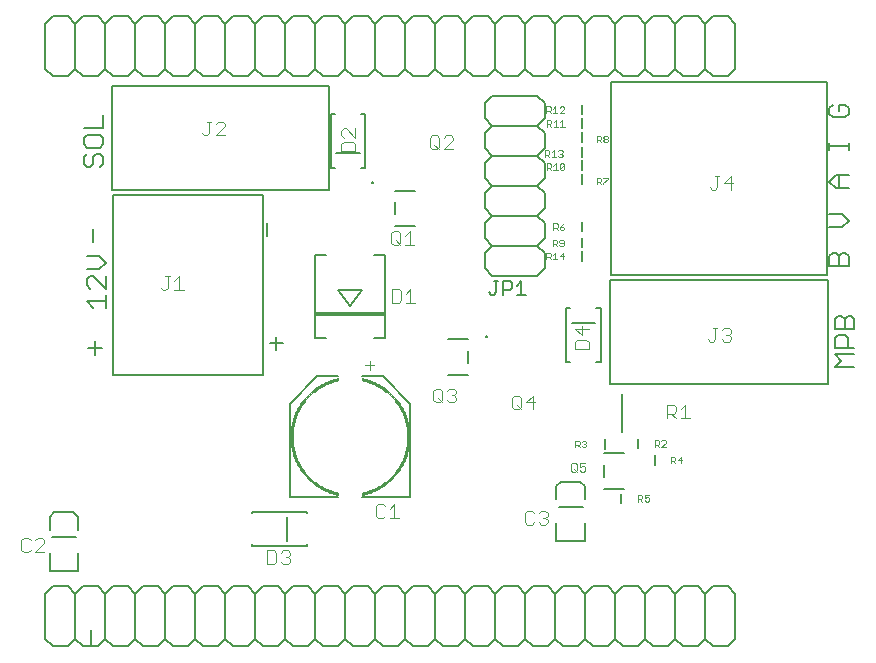
<source format=gbr>
G04 EAGLE Gerber X2 export*
%TF.Part,Single*%
%TF.FileFunction,Legend,Top,1*%
%TF.FilePolarity,Positive*%
%TF.GenerationSoftware,Autodesk,EAGLE,9.1.3*%
%TF.CreationDate,2018-10-12T19:53:35Z*%
G75*
%MOMM*%
%FSLAX34Y34*%
%LPD*%
%AMOC8*
5,1,8,0,0,1.08239X$1,22.5*%
G01*
%ADD10C,0.152400*%
%ADD11C,0.203200*%
%ADD12R,6.000000X0.400000*%
%ADD13C,0.101600*%
%ADD14C,0.020319*%
%ADD15C,0.127000*%
%ADD16C,0.050800*%
%ADD17C,0.100000*%
%ADD18C,0.076200*%


D10*
X112851Y295402D02*
X107428Y300825D01*
X123698Y300825D01*
X123698Y295402D02*
X123698Y306249D01*
X123698Y311774D02*
X123698Y322620D01*
X123698Y311774D02*
X112851Y322620D01*
X110140Y322620D01*
X107428Y319909D01*
X107428Y314485D01*
X110140Y311774D01*
X107428Y328145D02*
X118275Y328145D01*
X123698Y333568D01*
X118275Y338992D01*
X107428Y338992D01*
X108463Y261374D02*
X120327Y261374D01*
X114395Y267305D02*
X114395Y255442D01*
X111244Y23039D02*
X111244Y11176D01*
X736332Y331216D02*
X752602Y331216D01*
X736332Y331216D02*
X736332Y339351D01*
X739044Y342063D01*
X741755Y342063D01*
X744467Y339351D01*
X747179Y342063D01*
X749890Y342063D01*
X752602Y339351D01*
X752602Y331216D01*
X744467Y331216D02*
X744467Y339351D01*
X747179Y363959D02*
X736332Y363959D01*
X747179Y363959D02*
X752602Y369382D01*
X747179Y374806D01*
X736332Y374806D01*
X741755Y396702D02*
X752602Y396702D01*
X741755Y396702D02*
X736332Y402126D01*
X741755Y407549D01*
X752602Y407549D01*
X744467Y407549D02*
X744467Y396702D01*
X752602Y429445D02*
X752602Y434869D01*
X752602Y432157D02*
X736332Y432157D01*
X736332Y429445D02*
X736332Y434869D01*
X736332Y464866D02*
X739044Y467578D01*
X736332Y464866D02*
X736332Y459443D01*
X739044Y456731D01*
X749890Y456731D01*
X752602Y459443D01*
X752602Y464866D01*
X749890Y467578D01*
X744467Y467578D01*
X744467Y462155D01*
X741158Y245110D02*
X757428Y245110D01*
X746581Y250533D02*
X741158Y245110D01*
X746581Y250533D02*
X741158Y255957D01*
X757428Y255957D01*
X757428Y261482D02*
X741158Y261482D01*
X741158Y269617D01*
X743870Y272328D01*
X749293Y272328D01*
X752005Y269617D01*
X752005Y261482D01*
X757428Y277853D02*
X741158Y277853D01*
X741158Y285988D01*
X743870Y288700D01*
X746581Y288700D01*
X749293Y285988D01*
X752005Y288700D01*
X754716Y288700D01*
X757428Y285988D01*
X757428Y277853D01*
X749293Y277853D02*
X749293Y285988D01*
X107600Y425629D02*
X104888Y422917D01*
X104888Y417494D01*
X107600Y414782D01*
X110311Y414782D01*
X113023Y417494D01*
X113023Y422917D01*
X115735Y425629D01*
X118446Y425629D01*
X121158Y422917D01*
X121158Y417494D01*
X118446Y414782D01*
X104888Y433865D02*
X104888Y439289D01*
X104888Y433865D02*
X107600Y431154D01*
X118446Y431154D01*
X121158Y433865D01*
X121158Y439289D01*
X118446Y442000D01*
X107600Y442000D01*
X104888Y439289D01*
X104888Y447525D02*
X121158Y447525D01*
X121158Y458372D01*
X113023Y362129D02*
X113023Y351282D01*
X260343Y356362D02*
X260343Y367209D01*
X267963Y270689D02*
X267963Y259842D01*
X262540Y265265D02*
X273386Y265265D01*
X78740Y491490D02*
X72390Y497840D01*
X78740Y491490D02*
X91440Y491490D01*
X97790Y497840D01*
X104140Y491490D01*
X116840Y491490D01*
X123190Y497840D01*
X129540Y491490D01*
X142240Y491490D01*
X148590Y497840D01*
X154940Y491490D01*
X167640Y491490D01*
X173990Y497840D01*
X180340Y491490D01*
X193040Y491490D01*
X199390Y497840D01*
X205740Y491490D01*
X218440Y491490D01*
X224790Y497840D01*
X72390Y497840D02*
X72390Y535940D01*
X78740Y542290D01*
X91440Y542290D01*
X97790Y535940D01*
X104140Y542290D01*
X116840Y542290D01*
X123190Y535940D01*
X129540Y542290D01*
X142240Y542290D01*
X148590Y535940D01*
X154940Y542290D01*
X167640Y542290D01*
X173990Y535940D01*
X180340Y542290D01*
X193040Y542290D01*
X199390Y535940D01*
X205740Y542290D01*
X218440Y542290D01*
X224790Y535940D01*
X231140Y542290D01*
X243840Y542290D01*
X250190Y535940D01*
X256540Y542290D01*
X269240Y542290D01*
X275590Y535940D01*
X281940Y542290D01*
X294640Y542290D01*
X300990Y535940D01*
X307340Y542290D01*
X320040Y542290D01*
X326390Y535940D01*
X332740Y542290D01*
X345440Y542290D01*
X351790Y535940D01*
X358140Y542290D01*
X370840Y542290D01*
X377190Y535940D01*
X383540Y542290D01*
X396240Y542290D01*
X402590Y535940D01*
X408940Y542290D01*
X421640Y542290D01*
X427990Y535940D01*
X434340Y542290D01*
X447040Y542290D01*
X453390Y535940D01*
X459740Y542290D01*
X472440Y542290D01*
X478790Y535940D01*
X478790Y497840D02*
X472440Y491490D01*
X459740Y491490D01*
X453390Y497840D01*
X447040Y491490D01*
X434340Y491490D01*
X427990Y497840D01*
X421640Y491490D01*
X408940Y491490D01*
X402590Y497840D01*
X396240Y491490D01*
X383540Y491490D01*
X377190Y497840D01*
X370840Y491490D01*
X358140Y491490D01*
X351790Y497840D01*
X345440Y491490D01*
X332740Y491490D01*
X326390Y497840D01*
X320040Y491490D01*
X307340Y491490D01*
X300990Y497840D01*
X294640Y491490D01*
X281940Y491490D01*
X275590Y497840D01*
X269240Y491490D01*
X256540Y491490D01*
X250190Y497840D01*
X243840Y491490D01*
X231140Y491490D01*
X224790Y497840D01*
X97790Y497840D02*
X97790Y535940D01*
X123190Y535940D02*
X123190Y497840D01*
X148590Y497840D02*
X148590Y535940D01*
X173990Y535940D02*
X173990Y497840D01*
X199390Y497840D02*
X199390Y535940D01*
X224790Y535940D02*
X224790Y497840D01*
X250190Y497840D02*
X250190Y535940D01*
X275590Y535940D02*
X275590Y497840D01*
X300990Y497840D02*
X300990Y535940D01*
X326390Y535940D02*
X326390Y497840D01*
X351790Y497840D02*
X351790Y535940D01*
X377190Y535940D02*
X377190Y497840D01*
X402590Y497840D02*
X402590Y535940D01*
X427990Y535940D02*
X427990Y497840D01*
X453390Y497840D02*
X453390Y535940D01*
X478790Y535940D02*
X478790Y497840D01*
X478790Y535940D02*
X485140Y542290D01*
X497840Y542290D01*
X504190Y535940D01*
X504190Y497840D02*
X497840Y491490D01*
X485140Y491490D01*
X478790Y497840D01*
X504190Y497840D02*
X504190Y535940D01*
X510540Y542290D01*
X523240Y542290D01*
X529590Y535940D01*
X529590Y497840D02*
X523240Y491490D01*
X510540Y491490D01*
X504190Y497840D01*
X529590Y497840D02*
X529590Y535940D01*
X535940Y542290D01*
X548640Y542290D01*
X554990Y535940D01*
X554990Y497840D02*
X548640Y491490D01*
X535940Y491490D01*
X529590Y497840D01*
X554990Y497840D02*
X554990Y535940D01*
X561340Y542290D01*
X574040Y542290D01*
X580390Y535940D01*
X580390Y497840D02*
X574040Y491490D01*
X561340Y491490D01*
X554990Y497840D01*
X580390Y497840D02*
X580390Y535940D01*
X586740Y542290D01*
X599440Y542290D01*
X605790Y535940D01*
X605790Y497840D02*
X599440Y491490D01*
X586740Y491490D01*
X580390Y497840D01*
X605790Y497840D02*
X605790Y535940D01*
X612140Y542290D01*
X624840Y542290D01*
X631190Y535940D01*
X631190Y497840D02*
X624840Y491490D01*
X612140Y491490D01*
X605790Y497840D01*
X631190Y497840D02*
X631190Y535940D01*
X637540Y542290D01*
X650240Y542290D01*
X656590Y535940D01*
X656590Y497840D02*
X650240Y491490D01*
X637540Y491490D01*
X631190Y497840D01*
X656590Y497840D02*
X656590Y535940D01*
X78740Y8890D02*
X72390Y15240D01*
X78740Y8890D02*
X91440Y8890D01*
X97790Y15240D01*
X104140Y8890D01*
X116840Y8890D01*
X123190Y15240D01*
X129540Y8890D01*
X142240Y8890D01*
X148590Y15240D01*
X154940Y8890D01*
X167640Y8890D01*
X173990Y15240D01*
X180340Y8890D01*
X193040Y8890D01*
X199390Y15240D01*
X205740Y8890D01*
X218440Y8890D01*
X224790Y15240D01*
X72390Y15240D02*
X72390Y53340D01*
X78740Y59690D01*
X91440Y59690D01*
X97790Y53340D01*
X104140Y59690D01*
X116840Y59690D01*
X123190Y53340D01*
X129540Y59690D01*
X142240Y59690D01*
X148590Y53340D01*
X154940Y59690D01*
X167640Y59690D01*
X173990Y53340D01*
X180340Y59690D01*
X193040Y59690D01*
X199390Y53340D01*
X205740Y59690D01*
X218440Y59690D01*
X224790Y53340D01*
X231140Y59690D01*
X243840Y59690D01*
X250190Y53340D01*
X256540Y59690D01*
X269240Y59690D01*
X275590Y53340D01*
X281940Y59690D01*
X294640Y59690D01*
X300990Y53340D01*
X307340Y59690D01*
X320040Y59690D01*
X326390Y53340D01*
X332740Y59690D01*
X345440Y59690D01*
X351790Y53340D01*
X358140Y59690D01*
X370840Y59690D01*
X377190Y53340D01*
X383540Y59690D01*
X396240Y59690D01*
X402590Y53340D01*
X408940Y59690D01*
X421640Y59690D01*
X427990Y53340D01*
X434340Y59690D01*
X447040Y59690D01*
X453390Y53340D01*
X459740Y59690D01*
X472440Y59690D01*
X478790Y53340D01*
X478790Y15240D02*
X472440Y8890D01*
X459740Y8890D01*
X453390Y15240D01*
X447040Y8890D01*
X434340Y8890D01*
X427990Y15240D01*
X421640Y8890D01*
X408940Y8890D01*
X402590Y15240D01*
X396240Y8890D01*
X383540Y8890D01*
X377190Y15240D01*
X370840Y8890D01*
X358140Y8890D01*
X351790Y15240D01*
X345440Y8890D01*
X332740Y8890D01*
X326390Y15240D01*
X320040Y8890D01*
X307340Y8890D01*
X300990Y15240D01*
X294640Y8890D01*
X281940Y8890D01*
X275590Y15240D01*
X269240Y8890D01*
X256540Y8890D01*
X250190Y15240D01*
X243840Y8890D01*
X231140Y8890D01*
X224790Y15240D01*
X97790Y15240D02*
X97790Y53340D01*
X123190Y53340D02*
X123190Y15240D01*
X148590Y15240D02*
X148590Y53340D01*
X173990Y53340D02*
X173990Y15240D01*
X199390Y15240D02*
X199390Y53340D01*
X224790Y53340D02*
X224790Y15240D01*
X250190Y15240D02*
X250190Y53340D01*
X275590Y53340D02*
X275590Y15240D01*
X300990Y15240D02*
X300990Y53340D01*
X326390Y53340D02*
X326390Y15240D01*
X351790Y15240D02*
X351790Y53340D01*
X377190Y53340D02*
X377190Y15240D01*
X402590Y15240D02*
X402590Y53340D01*
X427990Y53340D02*
X427990Y15240D01*
X453390Y15240D02*
X453390Y53340D01*
X478790Y53340D02*
X478790Y15240D01*
X478790Y53340D02*
X485140Y59690D01*
X497840Y59690D01*
X504190Y53340D01*
X504190Y15240D02*
X497840Y8890D01*
X485140Y8890D01*
X478790Y15240D01*
X504190Y15240D02*
X504190Y53340D01*
X510540Y59690D01*
X523240Y59690D01*
X529590Y53340D01*
X529590Y15240D02*
X523240Y8890D01*
X510540Y8890D01*
X504190Y15240D01*
X529590Y15240D02*
X529590Y53340D01*
X535940Y59690D01*
X548640Y59690D01*
X554990Y53340D01*
X554990Y15240D02*
X548640Y8890D01*
X535940Y8890D01*
X529590Y15240D01*
X554990Y15240D02*
X554990Y53340D01*
X561340Y59690D01*
X574040Y59690D01*
X580390Y53340D01*
X580390Y15240D02*
X574040Y8890D01*
X561340Y8890D01*
X554990Y15240D01*
X580390Y15240D02*
X580390Y53340D01*
X586740Y59690D01*
X599440Y59690D01*
X605790Y53340D01*
X605790Y15240D02*
X599440Y8890D01*
X586740Y8890D01*
X580390Y15240D01*
X605790Y15240D02*
X605790Y53340D01*
X612140Y59690D01*
X624840Y59690D01*
X631190Y53340D01*
X631190Y15240D02*
X624840Y8890D01*
X612140Y8890D01*
X605790Y15240D01*
X631190Y15240D02*
X631190Y53340D01*
X637540Y59690D01*
X650240Y59690D01*
X656590Y53340D01*
X656590Y15240D02*
X650240Y8890D01*
X637540Y8890D01*
X631190Y15240D01*
X656590Y15240D02*
X656590Y53340D01*
D11*
X300454Y270308D02*
X300454Y340308D01*
X360454Y340308D02*
X360454Y270308D01*
X330454Y297008D02*
X320454Y310738D01*
X330454Y297008D02*
X340454Y310738D01*
X320454Y310738D01*
D12*
X330454Y290308D03*
D11*
X310454Y270308D02*
X300454Y270308D01*
X350454Y270308D02*
X360454Y270308D01*
X310454Y340308D02*
X300454Y340308D01*
X350454Y340308D02*
X360454Y340308D01*
D13*
X366014Y311414D02*
X366014Y299720D01*
X371861Y299720D01*
X373810Y301669D01*
X373810Y309465D01*
X371861Y311414D01*
X366014Y311414D01*
X377708Y307516D02*
X381606Y311414D01*
X381606Y299720D01*
X377708Y299720D02*
X385504Y299720D01*
D11*
X320454Y135436D02*
X279454Y135436D01*
X279454Y214436D01*
X302454Y237436D01*
X320454Y237436D01*
X340454Y237436D02*
X358454Y237436D01*
X381454Y214436D01*
X381454Y135436D01*
X340454Y135436D01*
D14*
X340738Y137061D02*
X340368Y138852D01*
X340369Y138852D02*
X341526Y139108D01*
X342676Y139392D01*
X343820Y139704D01*
X344955Y140044D01*
X346082Y140411D01*
X347199Y140805D01*
X348307Y141227D01*
X349403Y141676D01*
X350489Y142151D01*
X351563Y142653D01*
X352624Y143180D01*
X353672Y143734D01*
X354706Y144313D01*
X355726Y144916D01*
X356730Y145545D01*
X357719Y146197D01*
X358692Y146874D01*
X359648Y147574D01*
X360587Y148298D01*
X361508Y149044D01*
X362410Y149812D01*
X363294Y150602D01*
X364158Y151413D01*
X365001Y152245D01*
X365825Y153097D01*
X366627Y153970D01*
X367408Y154861D01*
X368166Y155771D01*
X368903Y156700D01*
X369616Y157646D01*
X370307Y158609D01*
X370973Y159589D01*
X371616Y160585D01*
X372234Y161596D01*
X372827Y162622D01*
X373395Y163662D01*
X373937Y164716D01*
X374454Y165783D01*
X374944Y166861D01*
X375408Y167952D01*
X375845Y169053D01*
X376256Y170165D01*
X376639Y171286D01*
X376994Y172417D01*
X377322Y173556D01*
X377622Y174702D01*
X377894Y175856D01*
X378138Y177015D01*
X378354Y178181D01*
X378541Y179351D01*
X378699Y180525D01*
X378829Y181703D01*
X378930Y182884D01*
X379002Y184067D01*
X379046Y185251D01*
X379060Y186436D01*
X379046Y187621D01*
X379002Y188805D01*
X378930Y189988D01*
X378829Y191169D01*
X378699Y192347D01*
X378541Y193521D01*
X378354Y194691D01*
X378138Y195857D01*
X377894Y197016D01*
X377622Y198170D01*
X377322Y199316D01*
X376994Y200455D01*
X376639Y201586D01*
X376256Y202707D01*
X375845Y203819D01*
X375408Y204920D01*
X374944Y206011D01*
X374454Y207089D01*
X373937Y208156D01*
X373395Y209210D01*
X372827Y210250D01*
X372234Y211276D01*
X371616Y212287D01*
X370973Y213283D01*
X370307Y214263D01*
X369616Y215226D01*
X368903Y216172D01*
X368166Y217101D01*
X367408Y218011D01*
X366627Y218902D01*
X365825Y219775D01*
X365001Y220627D01*
X364158Y221459D01*
X363294Y222270D01*
X362410Y223060D01*
X361508Y223828D01*
X360587Y224574D01*
X359648Y225298D01*
X358692Y225998D01*
X357719Y226675D01*
X356730Y227327D01*
X355726Y227956D01*
X354706Y228559D01*
X353672Y229138D01*
X352624Y229692D01*
X351563Y230219D01*
X350489Y230721D01*
X349403Y231196D01*
X348307Y231645D01*
X347199Y232067D01*
X346082Y232461D01*
X344955Y232828D01*
X343820Y233168D01*
X342676Y233480D01*
X341526Y233764D01*
X340369Y234020D01*
X340738Y235811D01*
X341939Y235546D01*
X343133Y235251D01*
X344319Y234928D01*
X345497Y234575D01*
X346666Y234194D01*
X347826Y233785D01*
X348975Y233347D01*
X350113Y232882D01*
X351240Y232388D01*
X352354Y231868D01*
X353455Y231321D01*
X354543Y230746D01*
X355616Y230146D01*
X356674Y229520D01*
X357717Y228867D01*
X358743Y228190D01*
X359753Y227488D01*
X360745Y226762D01*
X361719Y226011D01*
X362675Y225237D01*
X363611Y224440D01*
X364528Y223620D01*
X365424Y222778D01*
X366300Y221915D01*
X367154Y221031D01*
X367987Y220126D01*
X368797Y219200D01*
X369584Y218256D01*
X370349Y217292D01*
X371089Y216311D01*
X371805Y215311D01*
X372497Y214294D01*
X373164Y213261D01*
X373805Y212212D01*
X374420Y211147D01*
X375010Y210068D01*
X375573Y208974D01*
X376109Y207868D01*
X376618Y206748D01*
X377099Y205617D01*
X377553Y204474D01*
X377979Y203320D01*
X378376Y202156D01*
X378745Y200983D01*
X379086Y199802D01*
X379397Y198612D01*
X379679Y197415D01*
X379933Y196212D01*
X380156Y195003D01*
X380350Y193788D01*
X380515Y192570D01*
X380649Y191347D01*
X380754Y190122D01*
X380829Y188895D01*
X380874Y187666D01*
X380889Y186436D01*
X380874Y185206D01*
X380829Y183977D01*
X380754Y182750D01*
X380649Y181525D01*
X380515Y180302D01*
X380350Y179084D01*
X380156Y177869D01*
X379933Y176660D01*
X379679Y175457D01*
X379397Y174260D01*
X379086Y173070D01*
X378745Y171889D01*
X378376Y170716D01*
X377979Y169552D01*
X377553Y168398D01*
X377099Y167255D01*
X376618Y166124D01*
X376109Y165004D01*
X375573Y163898D01*
X375010Y162804D01*
X374420Y161725D01*
X373805Y160660D01*
X373164Y159611D01*
X372497Y158578D01*
X371805Y157561D01*
X371089Y156561D01*
X370349Y155580D01*
X369584Y154616D01*
X368797Y153672D01*
X367987Y152746D01*
X367154Y151841D01*
X366300Y150957D01*
X365424Y150094D01*
X364528Y149252D01*
X363611Y148432D01*
X362675Y147635D01*
X361719Y146861D01*
X360745Y146110D01*
X359753Y145384D01*
X358743Y144682D01*
X357717Y144005D01*
X356674Y143352D01*
X355616Y142726D01*
X354543Y142126D01*
X353455Y141551D01*
X352354Y141004D01*
X351240Y140484D01*
X350113Y139990D01*
X348975Y139525D01*
X347826Y139087D01*
X346666Y138678D01*
X345497Y138297D01*
X344319Y137944D01*
X343133Y137621D01*
X341939Y137326D01*
X340738Y137061D01*
X340699Y137249D01*
X341896Y137513D01*
X343085Y137807D01*
X344267Y138129D01*
X345440Y138480D01*
X346605Y138860D01*
X347760Y139268D01*
X348905Y139704D01*
X350039Y140167D01*
X351161Y140659D01*
X352271Y141177D01*
X353368Y141722D01*
X354451Y142294D01*
X355520Y142893D01*
X356575Y143517D01*
X357613Y144166D01*
X358636Y144841D01*
X359641Y145540D01*
X360630Y146264D01*
X361600Y147012D01*
X362552Y147783D01*
X363485Y148577D01*
X364398Y149393D01*
X365291Y150232D01*
X366164Y151092D01*
X367015Y151973D01*
X367844Y152875D01*
X368651Y153796D01*
X369436Y154737D01*
X370197Y155697D01*
X370934Y156675D01*
X371648Y157671D01*
X372337Y158684D01*
X373001Y159713D01*
X373640Y160759D01*
X374253Y161819D01*
X374840Y162894D01*
X375401Y163983D01*
X375935Y165086D01*
X376442Y166201D01*
X376922Y167328D01*
X377374Y168467D01*
X377798Y169616D01*
X378194Y170775D01*
X378562Y171944D01*
X378901Y173121D01*
X379211Y174306D01*
X379492Y175499D01*
X379744Y176697D01*
X379967Y177902D01*
X380160Y179112D01*
X380324Y180326D01*
X380458Y181543D01*
X380563Y182764D01*
X380637Y183987D01*
X380682Y185211D01*
X380697Y186436D01*
X380682Y187661D01*
X380637Y188885D01*
X380563Y190108D01*
X380458Y191329D01*
X380324Y192546D01*
X380160Y193760D01*
X379967Y194970D01*
X379744Y196175D01*
X379492Y197373D01*
X379211Y198566D01*
X378901Y199751D01*
X378562Y200928D01*
X378194Y202097D01*
X377798Y203256D01*
X377374Y204405D01*
X376922Y205544D01*
X376442Y206671D01*
X375935Y207786D01*
X375401Y208889D01*
X374840Y209978D01*
X374253Y211053D01*
X373640Y212113D01*
X373001Y213159D01*
X372337Y214188D01*
X371648Y215201D01*
X370934Y216197D01*
X370197Y217175D01*
X369436Y218135D01*
X368651Y219076D01*
X367844Y219997D01*
X367015Y220899D01*
X366164Y221780D01*
X365291Y222640D01*
X364398Y223479D01*
X363485Y224295D01*
X362552Y225089D01*
X361600Y225860D01*
X360630Y226608D01*
X359641Y227332D01*
X358636Y228031D01*
X357613Y228706D01*
X356575Y229355D01*
X355520Y229979D01*
X354451Y230578D01*
X353368Y231150D01*
X352271Y231695D01*
X351161Y232213D01*
X350039Y232705D01*
X348905Y233168D01*
X347760Y233604D01*
X346605Y234012D01*
X345440Y234392D01*
X344267Y234743D01*
X343085Y235065D01*
X341896Y235359D01*
X340699Y235623D01*
X340661Y235435D01*
X341852Y235172D01*
X343037Y234879D01*
X344214Y234558D01*
X345383Y234209D01*
X346544Y233830D01*
X347694Y233424D01*
X348835Y232990D01*
X349964Y232528D01*
X351082Y232038D01*
X352188Y231522D01*
X353281Y230979D01*
X354360Y230409D01*
X355425Y229813D01*
X356475Y229191D01*
X357510Y228544D01*
X358528Y227872D01*
X359530Y227175D01*
X360515Y226454D01*
X361481Y225709D01*
X362430Y224941D01*
X363359Y224150D01*
X364269Y223337D01*
X365158Y222501D01*
X366027Y221645D01*
X366875Y220767D01*
X367701Y219869D01*
X368505Y218951D01*
X369287Y218013D01*
X370045Y217057D01*
X370780Y216083D01*
X371491Y215091D01*
X372177Y214082D01*
X372839Y213056D01*
X373475Y212015D01*
X374086Y210959D01*
X374671Y209888D01*
X375229Y208803D01*
X375761Y207704D01*
X376266Y206593D01*
X376744Y205471D01*
X377195Y204336D01*
X377617Y203191D01*
X378012Y202037D01*
X378378Y200872D01*
X378716Y199700D01*
X379025Y198519D01*
X379305Y197331D01*
X379556Y196137D01*
X379778Y194937D01*
X379970Y193732D01*
X380134Y192523D01*
X380267Y191310D01*
X380371Y190094D01*
X380445Y188876D01*
X380490Y187656D01*
X380505Y186436D01*
X380490Y185216D01*
X380445Y183996D01*
X380371Y182778D01*
X380267Y181562D01*
X380134Y180349D01*
X379970Y179140D01*
X379778Y177935D01*
X379556Y176735D01*
X379305Y175541D01*
X379025Y174353D01*
X378716Y173172D01*
X378378Y172000D01*
X378012Y170835D01*
X377617Y169681D01*
X377195Y168536D01*
X376744Y167401D01*
X376266Y166279D01*
X375761Y165168D01*
X375229Y164069D01*
X374671Y162984D01*
X374086Y161913D01*
X373475Y160857D01*
X372839Y159816D01*
X372177Y158790D01*
X371491Y157781D01*
X370780Y156789D01*
X370045Y155815D01*
X369287Y154859D01*
X368505Y153921D01*
X367701Y153003D01*
X366875Y152105D01*
X366027Y151227D01*
X365158Y150371D01*
X364269Y149535D01*
X363359Y148722D01*
X362430Y147931D01*
X361481Y147163D01*
X360515Y146418D01*
X359530Y145697D01*
X358528Y145000D01*
X357510Y144328D01*
X356475Y143681D01*
X355425Y143059D01*
X354360Y142463D01*
X353281Y141893D01*
X352188Y141350D01*
X351082Y140834D01*
X349964Y140344D01*
X348835Y139882D01*
X347694Y139448D01*
X346544Y139042D01*
X345383Y138663D01*
X344214Y138314D01*
X343037Y137993D01*
X341852Y137700D01*
X340661Y137437D01*
X340622Y137625D01*
X341809Y137887D01*
X342989Y138178D01*
X344162Y138498D01*
X345327Y138847D01*
X346482Y139224D01*
X347629Y139628D01*
X348765Y140061D01*
X349890Y140521D01*
X351004Y141009D01*
X352105Y141523D01*
X353193Y142064D01*
X354268Y142632D01*
X355329Y143226D01*
X356375Y143845D01*
X357406Y144490D01*
X358421Y145159D01*
X359419Y145853D01*
X360400Y146571D01*
X361363Y147313D01*
X362307Y148079D01*
X363233Y148867D01*
X364139Y149677D01*
X365025Y150509D01*
X365891Y151363D01*
X366735Y152237D01*
X367558Y153132D01*
X368359Y154046D01*
X369138Y154980D01*
X369893Y155932D01*
X370625Y156903D01*
X371333Y157891D01*
X372017Y158896D01*
X372676Y159918D01*
X373310Y160955D01*
X373919Y162008D01*
X374501Y163074D01*
X375058Y164155D01*
X375588Y165249D01*
X376091Y166356D01*
X376567Y167475D01*
X377015Y168604D01*
X377436Y169745D01*
X377829Y170895D01*
X378194Y172055D01*
X378530Y173223D01*
X378838Y174399D01*
X379117Y175582D01*
X379367Y176772D01*
X379589Y177967D01*
X379780Y179168D01*
X379943Y180373D01*
X380076Y181581D01*
X380180Y182792D01*
X380254Y184006D01*
X380298Y185220D01*
X380313Y186436D01*
X380298Y187652D01*
X380254Y188866D01*
X380180Y190080D01*
X380076Y191291D01*
X379943Y192499D01*
X379780Y193704D01*
X379589Y194905D01*
X379367Y196100D01*
X379117Y197290D01*
X378838Y198473D01*
X378530Y199649D01*
X378194Y200817D01*
X377829Y201977D01*
X377436Y203127D01*
X377015Y204268D01*
X376567Y205397D01*
X376091Y206516D01*
X375588Y207623D01*
X375058Y208717D01*
X374501Y209798D01*
X373919Y210864D01*
X373310Y211917D01*
X372676Y212954D01*
X372017Y213976D01*
X371333Y214981D01*
X370625Y215969D01*
X369893Y216940D01*
X369138Y217892D01*
X368359Y218826D01*
X367558Y219740D01*
X366735Y220635D01*
X365891Y221509D01*
X365025Y222363D01*
X364139Y223195D01*
X363233Y224005D01*
X362307Y224793D01*
X361363Y225559D01*
X360400Y226301D01*
X359419Y227019D01*
X358421Y227713D01*
X357406Y228382D01*
X356375Y229027D01*
X355329Y229646D01*
X354268Y230240D01*
X353193Y230808D01*
X352105Y231349D01*
X351004Y231863D01*
X349890Y232351D01*
X348765Y232811D01*
X347629Y233244D01*
X346482Y233648D01*
X345327Y234025D01*
X344162Y234374D01*
X342989Y234694D01*
X341809Y234985D01*
X340622Y235247D01*
X340583Y235059D01*
X341765Y234798D01*
X342941Y234508D01*
X344109Y234189D01*
X345270Y233842D01*
X346421Y233466D01*
X347563Y233063D01*
X348694Y232632D01*
X349815Y232174D01*
X350925Y231688D01*
X352022Y231176D01*
X353106Y230637D01*
X354177Y230071D01*
X355234Y229480D01*
X356276Y228863D01*
X357303Y228221D01*
X358313Y227554D01*
X359307Y226862D01*
X360284Y226147D01*
X361244Y225408D01*
X362185Y224646D01*
X363107Y223861D01*
X364010Y223053D01*
X364892Y222224D01*
X365755Y221374D01*
X366596Y220503D01*
X367416Y219612D01*
X368214Y218701D01*
X368989Y217771D01*
X369741Y216822D01*
X370471Y215855D01*
X371176Y214871D01*
X371857Y213869D01*
X372514Y212852D01*
X373145Y211819D01*
X373751Y210770D01*
X374332Y209707D01*
X374886Y208631D01*
X375414Y207541D01*
X375915Y206439D01*
X376389Y205324D01*
X376836Y204199D01*
X377255Y203063D01*
X377647Y201917D01*
X378010Y200762D01*
X378345Y199598D01*
X378652Y198426D01*
X378930Y197248D01*
X379179Y196063D01*
X379399Y194872D01*
X379590Y193676D01*
X379752Y192476D01*
X379885Y191272D01*
X379988Y190066D01*
X380062Y188857D01*
X380106Y187647D01*
X380121Y186436D01*
X380106Y185225D01*
X380062Y184015D01*
X379988Y182806D01*
X379885Y181600D01*
X379752Y180396D01*
X379590Y179196D01*
X379399Y178000D01*
X379179Y176809D01*
X378930Y175624D01*
X378652Y174446D01*
X378345Y173274D01*
X378010Y172110D01*
X377647Y170955D01*
X377255Y169809D01*
X376836Y168673D01*
X376389Y167548D01*
X375915Y166433D01*
X375414Y165331D01*
X374886Y164241D01*
X374332Y163165D01*
X373751Y162102D01*
X373145Y161053D01*
X372514Y160020D01*
X371857Y159003D01*
X371176Y158001D01*
X370471Y157017D01*
X369741Y156050D01*
X368989Y155101D01*
X368214Y154171D01*
X367416Y153260D01*
X366596Y152369D01*
X365755Y151498D01*
X364892Y150648D01*
X364010Y149819D01*
X363107Y149011D01*
X362185Y148226D01*
X361244Y147464D01*
X360284Y146725D01*
X359307Y146010D01*
X358313Y145318D01*
X357303Y144651D01*
X356276Y144009D01*
X355234Y143392D01*
X354177Y142801D01*
X353106Y142235D01*
X352022Y141696D01*
X350925Y141184D01*
X349815Y140698D01*
X348694Y140240D01*
X347563Y139809D01*
X346421Y139406D01*
X345270Y139030D01*
X344109Y138683D01*
X342941Y138364D01*
X341765Y138074D01*
X340583Y137813D01*
X340544Y138001D01*
X341722Y138261D01*
X342893Y138550D01*
X344057Y138868D01*
X345213Y139214D01*
X346360Y139587D01*
X347497Y139989D01*
X348624Y140418D01*
X349741Y140875D01*
X350846Y141359D01*
X351939Y141869D01*
X353019Y142406D01*
X354086Y142970D01*
X355138Y143559D01*
X356176Y144173D01*
X357199Y144813D01*
X358206Y145477D01*
X359196Y146166D01*
X360169Y146879D01*
X361125Y147615D01*
X362062Y148374D01*
X362981Y149156D01*
X363880Y149960D01*
X364759Y150786D01*
X365618Y151633D01*
X366456Y152501D01*
X367273Y153389D01*
X368068Y154296D01*
X368840Y155223D01*
X369590Y156168D01*
X370316Y157131D01*
X371019Y158111D01*
X371697Y159109D01*
X372351Y160122D01*
X372980Y161152D01*
X373584Y162196D01*
X374162Y163255D01*
X374714Y164327D01*
X375240Y165413D01*
X375739Y166511D01*
X376212Y167621D01*
X376657Y168742D01*
X377074Y169874D01*
X377464Y171015D01*
X377826Y172166D01*
X378160Y173325D01*
X378466Y174492D01*
X378743Y175666D01*
X378991Y176847D01*
X379210Y178033D01*
X379401Y179224D01*
X379562Y180419D01*
X379694Y181618D01*
X379797Y182820D01*
X379870Y184024D01*
X379914Y185230D01*
X379929Y186436D01*
X379914Y187642D01*
X379870Y188848D01*
X379797Y190052D01*
X379694Y191254D01*
X379562Y192453D01*
X379401Y193648D01*
X379210Y194839D01*
X378991Y196025D01*
X378743Y197206D01*
X378466Y198380D01*
X378160Y199547D01*
X377826Y200706D01*
X377464Y201857D01*
X377074Y202998D01*
X376657Y204130D01*
X376212Y205251D01*
X375739Y206361D01*
X375240Y207459D01*
X374714Y208545D01*
X374162Y209617D01*
X373584Y210676D01*
X372980Y211720D01*
X372351Y212750D01*
X371697Y213763D01*
X371019Y214761D01*
X370316Y215741D01*
X369590Y216704D01*
X368840Y217649D01*
X368068Y218576D01*
X367273Y219483D01*
X366456Y220371D01*
X365618Y221239D01*
X364759Y222086D01*
X363880Y222912D01*
X362981Y223716D01*
X362062Y224498D01*
X361125Y225257D01*
X360169Y225993D01*
X359196Y226706D01*
X358206Y227395D01*
X357199Y228059D01*
X356176Y228699D01*
X355138Y229313D01*
X354086Y229902D01*
X353019Y230466D01*
X351939Y231003D01*
X350846Y231513D01*
X349741Y231997D01*
X348624Y232454D01*
X347497Y232883D01*
X346360Y233285D01*
X345213Y233658D01*
X344057Y234004D01*
X342893Y234322D01*
X341722Y234611D01*
X340544Y234871D01*
X340505Y234683D01*
X341679Y234424D01*
X342845Y234136D01*
X344005Y233820D01*
X345156Y233475D01*
X346298Y233103D01*
X347431Y232703D01*
X348554Y232275D01*
X349666Y231820D01*
X350767Y231338D01*
X351856Y230830D01*
X352932Y230295D01*
X353994Y229734D01*
X355043Y229147D01*
X356077Y228535D01*
X357095Y227897D01*
X358098Y227236D01*
X359085Y226549D01*
X360054Y225840D01*
X361006Y225106D01*
X361940Y224350D01*
X362855Y223571D01*
X363750Y222770D01*
X364626Y221947D01*
X365482Y221104D01*
X366317Y220239D01*
X367130Y219355D01*
X367922Y218451D01*
X368691Y217528D01*
X369438Y216587D01*
X370161Y215627D01*
X370861Y214651D01*
X371537Y213657D01*
X372189Y212647D01*
X372815Y211622D01*
X373417Y210582D01*
X373993Y209527D01*
X374543Y208459D01*
X375066Y207378D01*
X375564Y206284D01*
X376034Y205178D01*
X376478Y204061D01*
X376894Y202934D01*
X377282Y201797D01*
X377643Y200651D01*
X377975Y199496D01*
X378279Y198334D01*
X378555Y197164D01*
X378802Y195988D01*
X379021Y194807D01*
X379211Y193620D01*
X379371Y192429D01*
X379503Y191235D01*
X379605Y190038D01*
X379678Y188838D01*
X379722Y187638D01*
X379737Y186436D01*
X379722Y185234D01*
X379678Y184034D01*
X379605Y182834D01*
X379503Y181637D01*
X379371Y180443D01*
X379211Y179252D01*
X379021Y178065D01*
X378802Y176884D01*
X378555Y175708D01*
X378279Y174538D01*
X377975Y173376D01*
X377643Y172221D01*
X377282Y171075D01*
X376894Y169938D01*
X376478Y168811D01*
X376034Y167694D01*
X375564Y166588D01*
X375066Y165494D01*
X374543Y164413D01*
X373993Y163345D01*
X373417Y162290D01*
X372815Y161250D01*
X372189Y160225D01*
X371537Y159215D01*
X370861Y158221D01*
X370161Y157245D01*
X369438Y156285D01*
X368691Y155344D01*
X367922Y154421D01*
X367130Y153517D01*
X366317Y152633D01*
X365482Y151768D01*
X364626Y150925D01*
X363750Y150102D01*
X362855Y149301D01*
X361940Y148522D01*
X361006Y147766D01*
X360054Y147032D01*
X359085Y146323D01*
X358098Y145636D01*
X357095Y144975D01*
X356077Y144337D01*
X355043Y143725D01*
X353994Y143138D01*
X352932Y142577D01*
X351856Y142042D01*
X350767Y141534D01*
X349666Y141052D01*
X348554Y140597D01*
X347431Y140169D01*
X346298Y139769D01*
X345156Y139397D01*
X344005Y139052D01*
X342845Y138736D01*
X341679Y138448D01*
X340505Y138189D01*
X340467Y138377D01*
X341635Y138635D01*
X342797Y138922D01*
X343952Y139237D01*
X345099Y139580D01*
X346237Y139951D01*
X347365Y140350D01*
X348484Y140776D01*
X349592Y141229D01*
X350688Y141709D01*
X351773Y142216D01*
X352844Y142748D01*
X353903Y143307D01*
X354947Y143892D01*
X355977Y144502D01*
X356992Y145136D01*
X357991Y145796D01*
X358974Y146479D01*
X359939Y147186D01*
X360887Y147917D01*
X361817Y148670D01*
X362729Y149446D01*
X363621Y150244D01*
X364493Y151063D01*
X365346Y151903D01*
X366177Y152764D01*
X366988Y153645D01*
X367776Y154546D01*
X368542Y155465D01*
X369286Y156403D01*
X370007Y157359D01*
X370704Y158331D01*
X371377Y159321D01*
X372026Y160327D01*
X372650Y161348D01*
X373249Y162384D01*
X373823Y163435D01*
X374371Y164499D01*
X374893Y165576D01*
X375388Y166666D01*
X375857Y167767D01*
X376298Y168880D01*
X376713Y170002D01*
X377100Y171135D01*
X377459Y172277D01*
X377790Y173427D01*
X378093Y174585D01*
X378368Y175750D01*
X378614Y176921D01*
X378832Y178098D01*
X379021Y179280D01*
X379181Y180466D01*
X379312Y181656D01*
X379414Y182848D01*
X379487Y184043D01*
X379530Y185239D01*
X379545Y186436D01*
X379530Y187633D01*
X379487Y188829D01*
X379414Y190024D01*
X379312Y191216D01*
X379181Y192406D01*
X379021Y193592D01*
X378832Y194774D01*
X378614Y195951D01*
X378368Y197122D01*
X378093Y198287D01*
X377790Y199445D01*
X377459Y200595D01*
X377100Y201737D01*
X376713Y202870D01*
X376298Y203992D01*
X375857Y205105D01*
X375388Y206206D01*
X374893Y207296D01*
X374371Y208373D01*
X373823Y209437D01*
X373249Y210488D01*
X372650Y211524D01*
X372026Y212545D01*
X371377Y213551D01*
X370704Y214541D01*
X370007Y215513D01*
X369286Y216469D01*
X368542Y217407D01*
X367776Y218326D01*
X366988Y219227D01*
X366177Y220108D01*
X365346Y220969D01*
X364493Y221809D01*
X363621Y222628D01*
X362729Y223426D01*
X361817Y224202D01*
X360887Y224955D01*
X359939Y225686D01*
X358974Y226393D01*
X357991Y227076D01*
X356992Y227736D01*
X355977Y228370D01*
X354947Y228980D01*
X353903Y229565D01*
X352844Y230124D01*
X351773Y230656D01*
X350688Y231163D01*
X349592Y231643D01*
X348484Y232096D01*
X347365Y232522D01*
X346237Y232921D01*
X345099Y233292D01*
X343952Y233635D01*
X342797Y233950D01*
X341635Y234237D01*
X340467Y234495D01*
X340428Y234307D01*
X341592Y234050D01*
X342750Y233764D01*
X343900Y233450D01*
X345042Y233108D01*
X346175Y232739D01*
X347300Y232342D01*
X348414Y231917D01*
X349517Y231466D01*
X350609Y230988D01*
X351689Y230483D01*
X352757Y229953D01*
X353811Y229396D01*
X354852Y228814D01*
X355878Y228206D01*
X356888Y227574D01*
X357883Y226917D01*
X358862Y226237D01*
X359824Y225532D01*
X360768Y224805D01*
X361695Y224054D01*
X362603Y223281D01*
X363491Y222487D01*
X364360Y221670D01*
X365209Y220833D01*
X366038Y219976D01*
X366845Y219098D01*
X367630Y218201D01*
X368394Y217286D01*
X369134Y216351D01*
X369852Y215400D01*
X370547Y214430D01*
X371217Y213445D01*
X371864Y212443D01*
X372485Y211426D01*
X373082Y210394D01*
X373653Y209347D01*
X374199Y208287D01*
X374719Y207214D01*
X375212Y206129D01*
X375679Y205032D01*
X376119Y203924D01*
X376532Y202805D01*
X376917Y201677D01*
X377275Y200540D01*
X377605Y199394D01*
X377907Y198241D01*
X378180Y197080D01*
X378426Y195914D01*
X378643Y194741D01*
X378831Y193564D01*
X378990Y192382D01*
X379121Y191197D01*
X379222Y190010D01*
X379295Y188820D01*
X379338Y187628D01*
X379353Y186436D01*
X379338Y185244D01*
X379295Y184052D01*
X379222Y182862D01*
X379121Y181675D01*
X378990Y180490D01*
X378831Y179308D01*
X378643Y178131D01*
X378426Y176958D01*
X378180Y175792D01*
X377907Y174631D01*
X377605Y173478D01*
X377275Y172332D01*
X376917Y171195D01*
X376532Y170067D01*
X376119Y168948D01*
X375679Y167840D01*
X375212Y166743D01*
X374719Y165658D01*
X374199Y164585D01*
X373653Y163525D01*
X373082Y162478D01*
X372485Y161446D01*
X371864Y160429D01*
X371217Y159427D01*
X370547Y158442D01*
X369852Y157472D01*
X369134Y156521D01*
X368394Y155586D01*
X367630Y154671D01*
X366845Y153774D01*
X366038Y152896D01*
X365209Y152039D01*
X364360Y151202D01*
X363491Y150385D01*
X362603Y149591D01*
X361695Y148818D01*
X360768Y148067D01*
X359824Y147340D01*
X358862Y146635D01*
X357883Y145955D01*
X356888Y145298D01*
X355878Y144666D01*
X354852Y144058D01*
X353811Y143476D01*
X352757Y142919D01*
X351689Y142389D01*
X350609Y141884D01*
X349517Y141406D01*
X348414Y140955D01*
X347300Y140530D01*
X346175Y140133D01*
X345042Y139764D01*
X343900Y139422D01*
X342750Y139108D01*
X341592Y138822D01*
X340428Y138565D01*
X340389Y138753D01*
X341549Y139009D01*
X342702Y139294D01*
X343847Y139607D01*
X344985Y139947D01*
X346114Y140315D01*
X347234Y140711D01*
X348344Y141133D01*
X349443Y141583D01*
X350530Y142059D01*
X351606Y142562D01*
X352670Y143090D01*
X353720Y143645D01*
X354756Y144225D01*
X355778Y144830D01*
X356785Y145460D01*
X357776Y146114D01*
X358751Y146792D01*
X359709Y147493D01*
X360650Y148218D01*
X361572Y148966D01*
X362477Y149736D01*
X363362Y150527D01*
X364228Y151340D01*
X365073Y152174D01*
X365898Y153028D01*
X366702Y153902D01*
X367484Y154795D01*
X368245Y155708D01*
X368983Y156638D01*
X369698Y157586D01*
X370389Y158552D01*
X371057Y159533D01*
X371701Y160531D01*
X372320Y161545D01*
X372915Y162573D01*
X373484Y163615D01*
X374027Y164671D01*
X374545Y165740D01*
X375037Y166821D01*
X375502Y167913D01*
X375940Y169017D01*
X376351Y170131D01*
X376735Y171255D01*
X377091Y172388D01*
X377420Y173529D01*
X377720Y174678D01*
X377993Y175834D01*
X378237Y176996D01*
X378453Y178163D01*
X378641Y179336D01*
X378800Y180513D01*
X378930Y181693D01*
X379031Y182876D01*
X379103Y184062D01*
X379147Y185249D01*
X379161Y186436D01*
X379147Y187623D01*
X379103Y188810D01*
X379031Y189996D01*
X378930Y191179D01*
X378800Y192359D01*
X378641Y193536D01*
X378453Y194709D01*
X378237Y195876D01*
X377993Y197038D01*
X377720Y198194D01*
X377420Y199343D01*
X377091Y200484D01*
X376735Y201617D01*
X376351Y202741D01*
X375940Y203855D01*
X375502Y204959D01*
X375037Y206051D01*
X374545Y207132D01*
X374027Y208201D01*
X373484Y209257D01*
X372915Y210299D01*
X372320Y211327D01*
X371701Y212341D01*
X371057Y213339D01*
X370389Y214320D01*
X369698Y215286D01*
X368983Y216234D01*
X368245Y217164D01*
X367484Y218077D01*
X366702Y218970D01*
X365898Y219844D01*
X365073Y220698D01*
X364228Y221532D01*
X363362Y222345D01*
X362477Y223136D01*
X361572Y223906D01*
X360650Y224654D01*
X359709Y225379D01*
X358751Y226080D01*
X357776Y226758D01*
X356785Y227412D01*
X355778Y228042D01*
X354756Y228647D01*
X353720Y229227D01*
X352670Y229782D01*
X351606Y230310D01*
X350530Y230813D01*
X349443Y231289D01*
X348344Y231739D01*
X347234Y232161D01*
X346114Y232557D01*
X344985Y232925D01*
X343847Y233265D01*
X342702Y233578D01*
X341549Y233863D01*
X340389Y234119D01*
X320170Y235811D02*
X320540Y234020D01*
X320539Y234020D02*
X319382Y233764D01*
X318232Y233480D01*
X317088Y233168D01*
X315953Y232828D01*
X314826Y232461D01*
X313709Y232067D01*
X312601Y231645D01*
X311505Y231196D01*
X310419Y230721D01*
X309345Y230219D01*
X308284Y229692D01*
X307236Y229138D01*
X306202Y228559D01*
X305182Y227956D01*
X304178Y227327D01*
X303189Y226675D01*
X302216Y225998D01*
X301260Y225298D01*
X300321Y224574D01*
X299400Y223828D01*
X298498Y223060D01*
X297614Y222270D01*
X296750Y221459D01*
X295907Y220627D01*
X295083Y219775D01*
X294281Y218902D01*
X293500Y218011D01*
X292742Y217101D01*
X292005Y216172D01*
X291292Y215226D01*
X290601Y214263D01*
X289935Y213283D01*
X289292Y212287D01*
X288674Y211276D01*
X288081Y210250D01*
X287513Y209210D01*
X286971Y208156D01*
X286454Y207089D01*
X285964Y206011D01*
X285500Y204920D01*
X285063Y203819D01*
X284652Y202707D01*
X284269Y201586D01*
X283914Y200455D01*
X283586Y199316D01*
X283286Y198170D01*
X283014Y197016D01*
X282770Y195857D01*
X282554Y194691D01*
X282367Y193521D01*
X282209Y192347D01*
X282079Y191169D01*
X281978Y189988D01*
X281906Y188805D01*
X281862Y187621D01*
X281848Y186436D01*
X281862Y185251D01*
X281906Y184067D01*
X281978Y182884D01*
X282079Y181703D01*
X282209Y180525D01*
X282367Y179351D01*
X282554Y178181D01*
X282770Y177015D01*
X283014Y175856D01*
X283286Y174702D01*
X283586Y173556D01*
X283914Y172417D01*
X284269Y171286D01*
X284652Y170165D01*
X285063Y169053D01*
X285500Y167952D01*
X285964Y166861D01*
X286454Y165783D01*
X286971Y164716D01*
X287513Y163662D01*
X288081Y162622D01*
X288674Y161596D01*
X289292Y160585D01*
X289935Y159589D01*
X290601Y158609D01*
X291292Y157646D01*
X292005Y156700D01*
X292742Y155771D01*
X293500Y154861D01*
X294281Y153970D01*
X295083Y153097D01*
X295907Y152245D01*
X296750Y151413D01*
X297614Y150602D01*
X298498Y149812D01*
X299400Y149044D01*
X300321Y148298D01*
X301260Y147574D01*
X302216Y146874D01*
X303189Y146197D01*
X304178Y145545D01*
X305182Y144916D01*
X306202Y144313D01*
X307236Y143734D01*
X308284Y143180D01*
X309345Y142653D01*
X310419Y142151D01*
X311505Y141676D01*
X312601Y141227D01*
X313709Y140805D01*
X314826Y140411D01*
X315953Y140044D01*
X317088Y139704D01*
X318232Y139392D01*
X319382Y139108D01*
X320539Y138852D01*
X320170Y137061D01*
X318969Y137326D01*
X317775Y137621D01*
X316589Y137944D01*
X315411Y138297D01*
X314242Y138678D01*
X313082Y139087D01*
X311933Y139525D01*
X310795Y139990D01*
X309668Y140484D01*
X308554Y141004D01*
X307453Y141551D01*
X306365Y142126D01*
X305292Y142726D01*
X304234Y143352D01*
X303191Y144005D01*
X302165Y144682D01*
X301155Y145384D01*
X300163Y146110D01*
X299189Y146861D01*
X298233Y147635D01*
X297297Y148432D01*
X296380Y149252D01*
X295484Y150094D01*
X294608Y150957D01*
X293754Y151841D01*
X292921Y152746D01*
X292111Y153672D01*
X291324Y154616D01*
X290559Y155580D01*
X289819Y156561D01*
X289103Y157561D01*
X288411Y158578D01*
X287744Y159611D01*
X287103Y160660D01*
X286488Y161725D01*
X285898Y162804D01*
X285335Y163898D01*
X284799Y165004D01*
X284290Y166124D01*
X283809Y167255D01*
X283355Y168398D01*
X282929Y169552D01*
X282532Y170716D01*
X282163Y171889D01*
X281822Y173070D01*
X281511Y174260D01*
X281229Y175457D01*
X280975Y176660D01*
X280752Y177869D01*
X280558Y179084D01*
X280393Y180302D01*
X280259Y181525D01*
X280154Y182750D01*
X280079Y183977D01*
X280034Y185206D01*
X280019Y186436D01*
X280034Y187666D01*
X280079Y188895D01*
X280154Y190122D01*
X280259Y191347D01*
X280393Y192570D01*
X280558Y193788D01*
X280752Y195003D01*
X280975Y196212D01*
X281229Y197415D01*
X281511Y198612D01*
X281822Y199802D01*
X282163Y200983D01*
X282532Y202156D01*
X282929Y203320D01*
X283355Y204474D01*
X283809Y205617D01*
X284290Y206748D01*
X284799Y207868D01*
X285335Y208974D01*
X285898Y210068D01*
X286488Y211147D01*
X287103Y212212D01*
X287744Y213261D01*
X288411Y214294D01*
X289103Y215311D01*
X289819Y216311D01*
X290559Y217292D01*
X291324Y218256D01*
X292111Y219200D01*
X292921Y220126D01*
X293754Y221031D01*
X294608Y221915D01*
X295484Y222778D01*
X296380Y223620D01*
X297297Y224440D01*
X298233Y225237D01*
X299189Y226011D01*
X300163Y226762D01*
X301155Y227488D01*
X302165Y228190D01*
X303191Y228867D01*
X304234Y229520D01*
X305292Y230146D01*
X306365Y230746D01*
X307453Y231321D01*
X308554Y231868D01*
X309668Y232388D01*
X310795Y232882D01*
X311933Y233347D01*
X313082Y233785D01*
X314242Y234194D01*
X315411Y234575D01*
X316589Y234928D01*
X317775Y235251D01*
X318969Y235546D01*
X320170Y235811D01*
X320209Y235623D01*
X319012Y235359D01*
X317823Y235065D01*
X316641Y234743D01*
X315468Y234392D01*
X314303Y234012D01*
X313148Y233604D01*
X312003Y233168D01*
X310869Y232705D01*
X309747Y232213D01*
X308637Y231695D01*
X307540Y231150D01*
X306457Y230578D01*
X305388Y229979D01*
X304333Y229355D01*
X303295Y228706D01*
X302272Y228031D01*
X301267Y227332D01*
X300278Y226608D01*
X299308Y225860D01*
X298356Y225089D01*
X297423Y224295D01*
X296510Y223479D01*
X295617Y222640D01*
X294744Y221780D01*
X293893Y220899D01*
X293064Y219997D01*
X292257Y219076D01*
X291472Y218135D01*
X290711Y217175D01*
X289974Y216197D01*
X289260Y215201D01*
X288571Y214188D01*
X287907Y213159D01*
X287268Y212113D01*
X286655Y211053D01*
X286068Y209978D01*
X285507Y208889D01*
X284973Y207786D01*
X284466Y206671D01*
X283986Y205544D01*
X283534Y204405D01*
X283110Y203256D01*
X282714Y202097D01*
X282346Y200928D01*
X282007Y199751D01*
X281697Y198566D01*
X281416Y197373D01*
X281164Y196175D01*
X280941Y194970D01*
X280748Y193760D01*
X280584Y192546D01*
X280450Y191329D01*
X280345Y190108D01*
X280271Y188885D01*
X280226Y187661D01*
X280211Y186436D01*
X280226Y185211D01*
X280271Y183987D01*
X280345Y182764D01*
X280450Y181543D01*
X280584Y180326D01*
X280748Y179112D01*
X280941Y177902D01*
X281164Y176697D01*
X281416Y175499D01*
X281697Y174306D01*
X282007Y173121D01*
X282346Y171944D01*
X282714Y170775D01*
X283110Y169616D01*
X283534Y168467D01*
X283986Y167328D01*
X284466Y166201D01*
X284973Y165086D01*
X285507Y163983D01*
X286068Y162894D01*
X286655Y161819D01*
X287268Y160759D01*
X287907Y159713D01*
X288571Y158684D01*
X289260Y157671D01*
X289974Y156675D01*
X290711Y155697D01*
X291472Y154737D01*
X292257Y153796D01*
X293064Y152875D01*
X293893Y151973D01*
X294744Y151092D01*
X295617Y150232D01*
X296510Y149393D01*
X297423Y148577D01*
X298356Y147783D01*
X299308Y147012D01*
X300278Y146264D01*
X301267Y145540D01*
X302272Y144841D01*
X303295Y144166D01*
X304333Y143517D01*
X305388Y142893D01*
X306457Y142294D01*
X307540Y141722D01*
X308637Y141177D01*
X309747Y140659D01*
X310869Y140167D01*
X312003Y139704D01*
X313148Y139268D01*
X314303Y138860D01*
X315468Y138480D01*
X316641Y138129D01*
X317823Y137807D01*
X319012Y137513D01*
X320209Y137249D01*
X320247Y137437D01*
X319056Y137700D01*
X317871Y137993D01*
X316694Y138314D01*
X315525Y138663D01*
X314364Y139042D01*
X313214Y139448D01*
X312073Y139882D01*
X310944Y140344D01*
X309826Y140834D01*
X308720Y141350D01*
X307627Y141893D01*
X306548Y142463D01*
X305483Y143059D01*
X304433Y143681D01*
X303398Y144328D01*
X302380Y145000D01*
X301378Y145697D01*
X300393Y146418D01*
X299427Y147163D01*
X298478Y147931D01*
X297549Y148722D01*
X296639Y149535D01*
X295750Y150371D01*
X294881Y151227D01*
X294033Y152105D01*
X293207Y153003D01*
X292403Y153921D01*
X291621Y154859D01*
X290863Y155815D01*
X290128Y156789D01*
X289417Y157781D01*
X288731Y158790D01*
X288069Y159816D01*
X287433Y160857D01*
X286822Y161913D01*
X286237Y162984D01*
X285679Y164069D01*
X285147Y165168D01*
X284642Y166279D01*
X284164Y167401D01*
X283713Y168536D01*
X283291Y169681D01*
X282896Y170835D01*
X282530Y172000D01*
X282192Y173172D01*
X281883Y174353D01*
X281603Y175541D01*
X281352Y176735D01*
X281130Y177935D01*
X280938Y179140D01*
X280774Y180349D01*
X280641Y181562D01*
X280537Y182778D01*
X280463Y183996D01*
X280418Y185216D01*
X280403Y186436D01*
X280418Y187656D01*
X280463Y188876D01*
X280537Y190094D01*
X280641Y191310D01*
X280774Y192523D01*
X280938Y193732D01*
X281130Y194937D01*
X281352Y196137D01*
X281603Y197331D01*
X281883Y198519D01*
X282192Y199700D01*
X282530Y200872D01*
X282896Y202037D01*
X283291Y203191D01*
X283713Y204336D01*
X284164Y205471D01*
X284642Y206593D01*
X285147Y207704D01*
X285679Y208803D01*
X286237Y209888D01*
X286822Y210959D01*
X287433Y212015D01*
X288069Y213056D01*
X288731Y214082D01*
X289417Y215091D01*
X290128Y216083D01*
X290863Y217057D01*
X291621Y218013D01*
X292403Y218951D01*
X293207Y219869D01*
X294033Y220767D01*
X294881Y221645D01*
X295750Y222501D01*
X296639Y223337D01*
X297549Y224150D01*
X298478Y224941D01*
X299427Y225709D01*
X300393Y226454D01*
X301378Y227175D01*
X302380Y227872D01*
X303398Y228544D01*
X304433Y229191D01*
X305483Y229813D01*
X306548Y230409D01*
X307627Y230979D01*
X308720Y231522D01*
X309826Y232038D01*
X310944Y232528D01*
X312073Y232990D01*
X313214Y233424D01*
X314364Y233830D01*
X315525Y234209D01*
X316694Y234558D01*
X317871Y234879D01*
X319056Y235172D01*
X320247Y235435D01*
X320286Y235247D01*
X319099Y234985D01*
X317919Y234694D01*
X316746Y234374D01*
X315581Y234025D01*
X314426Y233648D01*
X313279Y233244D01*
X312143Y232811D01*
X311018Y232351D01*
X309904Y231863D01*
X308803Y231349D01*
X307715Y230808D01*
X306640Y230240D01*
X305579Y229646D01*
X304533Y229027D01*
X303502Y228382D01*
X302487Y227713D01*
X301489Y227019D01*
X300508Y226301D01*
X299545Y225559D01*
X298601Y224793D01*
X297675Y224005D01*
X296769Y223195D01*
X295883Y222363D01*
X295017Y221509D01*
X294173Y220635D01*
X293350Y219740D01*
X292549Y218826D01*
X291770Y217892D01*
X291015Y216940D01*
X290283Y215969D01*
X289575Y214981D01*
X288891Y213976D01*
X288232Y212954D01*
X287598Y211917D01*
X286989Y210864D01*
X286407Y209798D01*
X285850Y208717D01*
X285320Y207623D01*
X284817Y206516D01*
X284341Y205397D01*
X283893Y204268D01*
X283472Y203127D01*
X283079Y201977D01*
X282714Y200817D01*
X282378Y199649D01*
X282070Y198473D01*
X281791Y197290D01*
X281541Y196100D01*
X281319Y194905D01*
X281128Y193704D01*
X280965Y192499D01*
X280832Y191291D01*
X280728Y190080D01*
X280654Y188866D01*
X280610Y187652D01*
X280595Y186436D01*
X280610Y185220D01*
X280654Y184006D01*
X280728Y182792D01*
X280832Y181581D01*
X280965Y180373D01*
X281128Y179168D01*
X281319Y177967D01*
X281541Y176772D01*
X281791Y175582D01*
X282070Y174399D01*
X282378Y173223D01*
X282714Y172055D01*
X283079Y170895D01*
X283472Y169745D01*
X283893Y168604D01*
X284341Y167475D01*
X284817Y166356D01*
X285320Y165249D01*
X285850Y164155D01*
X286407Y163074D01*
X286989Y162008D01*
X287598Y160955D01*
X288232Y159918D01*
X288891Y158896D01*
X289575Y157891D01*
X290283Y156903D01*
X291015Y155932D01*
X291770Y154980D01*
X292549Y154046D01*
X293350Y153132D01*
X294173Y152237D01*
X295017Y151363D01*
X295883Y150509D01*
X296769Y149677D01*
X297675Y148867D01*
X298601Y148079D01*
X299545Y147313D01*
X300508Y146571D01*
X301489Y145853D01*
X302487Y145159D01*
X303502Y144490D01*
X304533Y143845D01*
X305579Y143226D01*
X306640Y142632D01*
X307715Y142064D01*
X308803Y141523D01*
X309904Y141009D01*
X311018Y140521D01*
X312143Y140061D01*
X313279Y139628D01*
X314426Y139224D01*
X315581Y138847D01*
X316746Y138498D01*
X317919Y138178D01*
X319099Y137887D01*
X320286Y137625D01*
X320325Y137813D01*
X319143Y138074D01*
X317967Y138364D01*
X316799Y138683D01*
X315638Y139030D01*
X314487Y139406D01*
X313345Y139809D01*
X312214Y140240D01*
X311093Y140698D01*
X309983Y141184D01*
X308886Y141696D01*
X307802Y142235D01*
X306731Y142801D01*
X305674Y143392D01*
X304632Y144009D01*
X303605Y144651D01*
X302595Y145318D01*
X301601Y146010D01*
X300624Y146725D01*
X299664Y147464D01*
X298723Y148226D01*
X297801Y149011D01*
X296898Y149819D01*
X296016Y150648D01*
X295153Y151498D01*
X294312Y152369D01*
X293492Y153260D01*
X292694Y154171D01*
X291919Y155101D01*
X291167Y156050D01*
X290437Y157017D01*
X289732Y158001D01*
X289051Y159003D01*
X288394Y160020D01*
X287763Y161053D01*
X287157Y162102D01*
X286576Y163165D01*
X286022Y164241D01*
X285494Y165331D01*
X284993Y166433D01*
X284519Y167548D01*
X284072Y168673D01*
X283653Y169809D01*
X283261Y170955D01*
X282898Y172110D01*
X282563Y173274D01*
X282256Y174446D01*
X281978Y175624D01*
X281729Y176809D01*
X281509Y178000D01*
X281318Y179196D01*
X281156Y180396D01*
X281023Y181600D01*
X280920Y182806D01*
X280846Y184015D01*
X280802Y185225D01*
X280787Y186436D01*
X280802Y187647D01*
X280846Y188857D01*
X280920Y190066D01*
X281023Y191272D01*
X281156Y192476D01*
X281318Y193676D01*
X281509Y194872D01*
X281729Y196063D01*
X281978Y197248D01*
X282256Y198426D01*
X282563Y199598D01*
X282898Y200762D01*
X283261Y201917D01*
X283653Y203063D01*
X284072Y204199D01*
X284519Y205324D01*
X284993Y206439D01*
X285494Y207541D01*
X286022Y208631D01*
X286576Y209707D01*
X287157Y210770D01*
X287763Y211819D01*
X288394Y212852D01*
X289051Y213869D01*
X289732Y214871D01*
X290437Y215855D01*
X291167Y216822D01*
X291919Y217771D01*
X292694Y218701D01*
X293492Y219612D01*
X294312Y220503D01*
X295153Y221374D01*
X296016Y222224D01*
X296898Y223053D01*
X297801Y223861D01*
X298723Y224646D01*
X299664Y225408D01*
X300624Y226147D01*
X301601Y226862D01*
X302595Y227554D01*
X303605Y228221D01*
X304632Y228863D01*
X305674Y229480D01*
X306731Y230071D01*
X307802Y230637D01*
X308886Y231176D01*
X309983Y231688D01*
X311093Y232174D01*
X312214Y232632D01*
X313345Y233063D01*
X314487Y233466D01*
X315638Y233842D01*
X316799Y234189D01*
X317967Y234508D01*
X319143Y234798D01*
X320325Y235059D01*
X320364Y234871D01*
X319186Y234611D01*
X318015Y234322D01*
X316851Y234004D01*
X315695Y233658D01*
X314548Y233285D01*
X313411Y232883D01*
X312284Y232454D01*
X311167Y231997D01*
X310062Y231513D01*
X308969Y231003D01*
X307889Y230466D01*
X306822Y229902D01*
X305770Y229313D01*
X304732Y228699D01*
X303709Y228059D01*
X302702Y227395D01*
X301712Y226706D01*
X300739Y225993D01*
X299783Y225257D01*
X298846Y224498D01*
X297927Y223716D01*
X297028Y222912D01*
X296149Y222086D01*
X295290Y221239D01*
X294452Y220371D01*
X293635Y219483D01*
X292840Y218576D01*
X292068Y217649D01*
X291318Y216704D01*
X290592Y215741D01*
X289889Y214761D01*
X289211Y213763D01*
X288557Y212750D01*
X287928Y211720D01*
X287324Y210676D01*
X286746Y209617D01*
X286194Y208545D01*
X285668Y207459D01*
X285169Y206361D01*
X284696Y205251D01*
X284251Y204130D01*
X283834Y202998D01*
X283444Y201857D01*
X283082Y200706D01*
X282748Y199547D01*
X282442Y198380D01*
X282165Y197206D01*
X281917Y196025D01*
X281698Y194839D01*
X281507Y193648D01*
X281346Y192453D01*
X281214Y191254D01*
X281111Y190052D01*
X281038Y188848D01*
X280994Y187642D01*
X280979Y186436D01*
X280994Y185230D01*
X281038Y184024D01*
X281111Y182820D01*
X281214Y181618D01*
X281346Y180419D01*
X281507Y179224D01*
X281698Y178033D01*
X281917Y176847D01*
X282165Y175666D01*
X282442Y174492D01*
X282748Y173325D01*
X283082Y172166D01*
X283444Y171015D01*
X283834Y169874D01*
X284251Y168742D01*
X284696Y167621D01*
X285169Y166511D01*
X285668Y165413D01*
X286194Y164327D01*
X286746Y163255D01*
X287324Y162196D01*
X287928Y161152D01*
X288557Y160122D01*
X289211Y159109D01*
X289889Y158111D01*
X290592Y157131D01*
X291318Y156168D01*
X292068Y155223D01*
X292840Y154296D01*
X293635Y153389D01*
X294452Y152501D01*
X295290Y151633D01*
X296149Y150786D01*
X297028Y149960D01*
X297927Y149156D01*
X298846Y148374D01*
X299783Y147615D01*
X300739Y146879D01*
X301712Y146166D01*
X302702Y145477D01*
X303709Y144813D01*
X304732Y144173D01*
X305770Y143559D01*
X306822Y142970D01*
X307889Y142406D01*
X308969Y141869D01*
X310062Y141359D01*
X311167Y140875D01*
X312284Y140418D01*
X313411Y139989D01*
X314548Y139587D01*
X315695Y139214D01*
X316851Y138868D01*
X318015Y138550D01*
X319186Y138261D01*
X320364Y138001D01*
X320403Y138189D01*
X319229Y138448D01*
X318063Y138736D01*
X316903Y139052D01*
X315752Y139397D01*
X314610Y139769D01*
X313477Y140169D01*
X312354Y140597D01*
X311242Y141052D01*
X310141Y141534D01*
X309052Y142042D01*
X307976Y142577D01*
X306914Y143138D01*
X305865Y143725D01*
X304831Y144337D01*
X303813Y144975D01*
X302810Y145636D01*
X301823Y146323D01*
X300854Y147032D01*
X299902Y147766D01*
X298968Y148522D01*
X298053Y149301D01*
X297158Y150102D01*
X296282Y150925D01*
X295426Y151768D01*
X294591Y152633D01*
X293778Y153517D01*
X292986Y154421D01*
X292217Y155344D01*
X291470Y156285D01*
X290747Y157245D01*
X290047Y158221D01*
X289371Y159215D01*
X288719Y160225D01*
X288093Y161250D01*
X287491Y162290D01*
X286915Y163345D01*
X286365Y164413D01*
X285842Y165494D01*
X285344Y166588D01*
X284874Y167694D01*
X284430Y168811D01*
X284014Y169938D01*
X283626Y171075D01*
X283265Y172221D01*
X282933Y173376D01*
X282629Y174538D01*
X282353Y175708D01*
X282106Y176884D01*
X281887Y178065D01*
X281697Y179252D01*
X281537Y180443D01*
X281405Y181637D01*
X281303Y182834D01*
X281230Y184034D01*
X281186Y185234D01*
X281171Y186436D01*
X281186Y187638D01*
X281230Y188838D01*
X281303Y190038D01*
X281405Y191235D01*
X281537Y192429D01*
X281697Y193620D01*
X281887Y194807D01*
X282106Y195988D01*
X282353Y197164D01*
X282629Y198334D01*
X282933Y199496D01*
X283265Y200651D01*
X283626Y201797D01*
X284014Y202934D01*
X284430Y204061D01*
X284874Y205178D01*
X285344Y206284D01*
X285842Y207378D01*
X286365Y208459D01*
X286915Y209527D01*
X287491Y210582D01*
X288093Y211622D01*
X288719Y212647D01*
X289371Y213657D01*
X290047Y214651D01*
X290747Y215627D01*
X291470Y216587D01*
X292217Y217528D01*
X292986Y218451D01*
X293778Y219355D01*
X294591Y220239D01*
X295426Y221104D01*
X296282Y221947D01*
X297158Y222770D01*
X298053Y223571D01*
X298968Y224350D01*
X299902Y225106D01*
X300854Y225840D01*
X301823Y226549D01*
X302810Y227236D01*
X303813Y227897D01*
X304831Y228535D01*
X305865Y229147D01*
X306914Y229734D01*
X307976Y230295D01*
X309052Y230830D01*
X310141Y231338D01*
X311242Y231820D01*
X312354Y232275D01*
X313477Y232703D01*
X314610Y233103D01*
X315752Y233475D01*
X316903Y233820D01*
X318063Y234136D01*
X319229Y234424D01*
X320403Y234683D01*
X320441Y234495D01*
X319273Y234237D01*
X318111Y233950D01*
X316956Y233635D01*
X315809Y233292D01*
X314671Y232921D01*
X313543Y232522D01*
X312424Y232096D01*
X311316Y231643D01*
X310220Y231163D01*
X309135Y230656D01*
X308064Y230124D01*
X307005Y229565D01*
X305961Y228980D01*
X304931Y228370D01*
X303916Y227736D01*
X302917Y227076D01*
X301934Y226393D01*
X300969Y225686D01*
X300021Y224955D01*
X299091Y224202D01*
X298179Y223426D01*
X297287Y222628D01*
X296415Y221809D01*
X295562Y220969D01*
X294731Y220108D01*
X293920Y219227D01*
X293132Y218326D01*
X292366Y217407D01*
X291622Y216469D01*
X290901Y215513D01*
X290204Y214541D01*
X289531Y213551D01*
X288882Y212545D01*
X288258Y211524D01*
X287659Y210488D01*
X287085Y209437D01*
X286537Y208373D01*
X286015Y207296D01*
X285520Y206206D01*
X285051Y205105D01*
X284610Y203992D01*
X284195Y202870D01*
X283808Y201737D01*
X283449Y200595D01*
X283118Y199445D01*
X282815Y198287D01*
X282540Y197122D01*
X282294Y195951D01*
X282076Y194774D01*
X281887Y193592D01*
X281727Y192406D01*
X281596Y191216D01*
X281494Y190024D01*
X281421Y188829D01*
X281378Y187633D01*
X281363Y186436D01*
X281378Y185239D01*
X281421Y184043D01*
X281494Y182848D01*
X281596Y181656D01*
X281727Y180466D01*
X281887Y179280D01*
X282076Y178098D01*
X282294Y176921D01*
X282540Y175750D01*
X282815Y174585D01*
X283118Y173427D01*
X283449Y172277D01*
X283808Y171135D01*
X284195Y170002D01*
X284610Y168880D01*
X285051Y167767D01*
X285520Y166666D01*
X286015Y165576D01*
X286537Y164499D01*
X287085Y163435D01*
X287659Y162384D01*
X288258Y161348D01*
X288882Y160327D01*
X289531Y159321D01*
X290204Y158331D01*
X290901Y157359D01*
X291622Y156403D01*
X292366Y155465D01*
X293132Y154546D01*
X293920Y153645D01*
X294731Y152764D01*
X295562Y151903D01*
X296415Y151063D01*
X297287Y150244D01*
X298179Y149446D01*
X299091Y148670D01*
X300021Y147917D01*
X300969Y147186D01*
X301934Y146479D01*
X302917Y145796D01*
X303916Y145136D01*
X304931Y144502D01*
X305961Y143892D01*
X307005Y143307D01*
X308064Y142748D01*
X309135Y142216D01*
X310220Y141709D01*
X311316Y141229D01*
X312424Y140776D01*
X313543Y140350D01*
X314671Y139951D01*
X315809Y139580D01*
X316956Y139237D01*
X318111Y138922D01*
X319273Y138635D01*
X320441Y138377D01*
X320480Y138565D01*
X319316Y138822D01*
X318158Y139108D01*
X317008Y139422D01*
X315866Y139764D01*
X314733Y140133D01*
X313608Y140530D01*
X312494Y140955D01*
X311391Y141406D01*
X310299Y141884D01*
X309219Y142389D01*
X308151Y142919D01*
X307097Y143476D01*
X306056Y144058D01*
X305030Y144666D01*
X304020Y145298D01*
X303025Y145955D01*
X302046Y146635D01*
X301084Y147340D01*
X300140Y148067D01*
X299213Y148818D01*
X298305Y149591D01*
X297417Y150385D01*
X296548Y151202D01*
X295699Y152039D01*
X294870Y152896D01*
X294063Y153774D01*
X293278Y154671D01*
X292514Y155586D01*
X291774Y156521D01*
X291056Y157472D01*
X290361Y158442D01*
X289691Y159427D01*
X289044Y160429D01*
X288423Y161446D01*
X287826Y162478D01*
X287255Y163525D01*
X286709Y164585D01*
X286189Y165658D01*
X285696Y166743D01*
X285229Y167840D01*
X284789Y168948D01*
X284376Y170067D01*
X283991Y171195D01*
X283633Y172332D01*
X283303Y173478D01*
X283001Y174631D01*
X282728Y175792D01*
X282482Y176958D01*
X282265Y178131D01*
X282077Y179308D01*
X281918Y180490D01*
X281787Y181675D01*
X281686Y182862D01*
X281613Y184052D01*
X281570Y185244D01*
X281555Y186436D01*
X281570Y187628D01*
X281613Y188820D01*
X281686Y190010D01*
X281787Y191197D01*
X281918Y192382D01*
X282077Y193564D01*
X282265Y194741D01*
X282482Y195914D01*
X282728Y197080D01*
X283001Y198241D01*
X283303Y199394D01*
X283633Y200540D01*
X283991Y201677D01*
X284376Y202805D01*
X284789Y203924D01*
X285229Y205032D01*
X285696Y206129D01*
X286189Y207214D01*
X286709Y208287D01*
X287255Y209347D01*
X287826Y210394D01*
X288423Y211426D01*
X289044Y212443D01*
X289691Y213445D01*
X290361Y214430D01*
X291056Y215400D01*
X291774Y216351D01*
X292514Y217286D01*
X293278Y218201D01*
X294063Y219098D01*
X294870Y219976D01*
X295699Y220833D01*
X296548Y221670D01*
X297417Y222487D01*
X298305Y223281D01*
X299213Y224054D01*
X300140Y224805D01*
X301084Y225532D01*
X302046Y226237D01*
X303025Y226917D01*
X304020Y227574D01*
X305030Y228206D01*
X306056Y228814D01*
X307097Y229396D01*
X308151Y229953D01*
X309219Y230483D01*
X310299Y230988D01*
X311391Y231466D01*
X312494Y231917D01*
X313608Y232342D01*
X314733Y232739D01*
X315866Y233108D01*
X317008Y233450D01*
X318158Y233764D01*
X319316Y234050D01*
X320480Y234307D01*
X320519Y234119D01*
X319359Y233863D01*
X318206Y233578D01*
X317061Y233265D01*
X315923Y232925D01*
X314794Y232557D01*
X313674Y232161D01*
X312564Y231739D01*
X311465Y231289D01*
X310378Y230813D01*
X309302Y230310D01*
X308238Y229782D01*
X307188Y229227D01*
X306152Y228647D01*
X305130Y228042D01*
X304123Y227412D01*
X303132Y226758D01*
X302157Y226080D01*
X301199Y225379D01*
X300258Y224654D01*
X299336Y223906D01*
X298431Y223136D01*
X297546Y222345D01*
X296680Y221532D01*
X295835Y220698D01*
X295010Y219844D01*
X294206Y218970D01*
X293424Y218077D01*
X292663Y217164D01*
X291925Y216234D01*
X291210Y215286D01*
X290519Y214320D01*
X289851Y213339D01*
X289207Y212341D01*
X288588Y211327D01*
X287993Y210299D01*
X287424Y209257D01*
X286881Y208201D01*
X286363Y207132D01*
X285871Y206051D01*
X285406Y204959D01*
X284968Y203855D01*
X284557Y202741D01*
X284173Y201617D01*
X283817Y200484D01*
X283488Y199343D01*
X283188Y198194D01*
X282915Y197038D01*
X282671Y195876D01*
X282455Y194709D01*
X282267Y193536D01*
X282108Y192359D01*
X281978Y191179D01*
X281877Y189996D01*
X281805Y188810D01*
X281761Y187623D01*
X281747Y186436D01*
X281761Y185249D01*
X281805Y184062D01*
X281877Y182876D01*
X281978Y181693D01*
X282108Y180513D01*
X282267Y179336D01*
X282455Y178163D01*
X282671Y176996D01*
X282915Y175834D01*
X283188Y174678D01*
X283488Y173529D01*
X283817Y172388D01*
X284173Y171255D01*
X284557Y170131D01*
X284968Y169017D01*
X285406Y167913D01*
X285871Y166821D01*
X286363Y165740D01*
X286881Y164671D01*
X287424Y163615D01*
X287993Y162573D01*
X288588Y161545D01*
X289207Y160531D01*
X289851Y159533D01*
X290519Y158552D01*
X291210Y157586D01*
X291925Y156638D01*
X292663Y155708D01*
X293424Y154795D01*
X294206Y153902D01*
X295010Y153028D01*
X295835Y152174D01*
X296680Y151340D01*
X297546Y150527D01*
X298431Y149736D01*
X299336Y148966D01*
X300258Y148218D01*
X301199Y147493D01*
X302157Y146792D01*
X303132Y146114D01*
X304123Y145460D01*
X305130Y144830D01*
X306152Y144225D01*
X307188Y143645D01*
X308238Y143090D01*
X309302Y142562D01*
X310378Y142059D01*
X311465Y141583D01*
X312564Y141133D01*
X313674Y140711D01*
X314794Y140315D01*
X315923Y139947D01*
X317061Y139607D01*
X318206Y139294D01*
X319359Y139009D01*
X320519Y138753D01*
D13*
X347099Y242944D02*
X347099Y250740D01*
X343201Y246842D02*
X350997Y246842D01*
X358295Y129322D02*
X360244Y127373D01*
X358295Y129322D02*
X354397Y129322D01*
X352448Y127373D01*
X352448Y119577D01*
X354397Y117628D01*
X358295Y117628D01*
X360244Y119577D01*
X364142Y125424D02*
X368040Y129322D01*
X368040Y117628D01*
X364142Y117628D02*
X371938Y117628D01*
D11*
X100138Y87536D02*
X100138Y72536D01*
X76138Y72536D01*
X76138Y87536D01*
X100138Y107536D02*
X100138Y118536D01*
X96138Y122536D01*
X80138Y122536D01*
X76138Y118536D01*
X76138Y107536D01*
D15*
X77978Y101346D02*
X98298Y101346D01*
D13*
X60100Y98551D02*
X58151Y100500D01*
X54253Y100500D01*
X52304Y98551D01*
X52304Y90755D01*
X54253Y88806D01*
X58151Y88806D01*
X60100Y90755D01*
X63998Y88806D02*
X71794Y88806D01*
X63998Y88806D02*
X71794Y96602D01*
X71794Y98551D01*
X69845Y100500D01*
X65947Y100500D01*
X63998Y98551D01*
D11*
X247764Y121458D02*
X247764Y122958D01*
X293764Y122958D01*
X293764Y121458D01*
X293764Y95458D02*
X293764Y93958D01*
X247764Y93958D01*
X247764Y95458D01*
X276764Y98458D02*
X276764Y118458D01*
D13*
X260350Y90180D02*
X260350Y78486D01*
X266197Y78486D01*
X268146Y80435D01*
X268146Y88231D01*
X266197Y90180D01*
X260350Y90180D01*
X272044Y88231D02*
X273993Y90180D01*
X277891Y90180D01*
X279840Y88231D01*
X279840Y86282D01*
X277891Y84333D01*
X275942Y84333D01*
X277891Y84333D02*
X279840Y82384D01*
X279840Y80435D01*
X277891Y78486D01*
X273993Y78486D01*
X272044Y80435D01*
D15*
X551134Y322876D02*
X734134Y322876D01*
X734134Y486876D01*
X551134Y486876D01*
X551134Y322876D01*
D13*
X635204Y397573D02*
X637153Y395624D01*
X639102Y395624D01*
X641051Y397573D01*
X641051Y407318D01*
X639102Y407318D02*
X643000Y407318D01*
X652745Y407318D02*
X652745Y395624D01*
X646898Y401471D02*
X652745Y407318D01*
X654694Y401471D02*
X646898Y401471D01*
D15*
X526796Y368236D02*
X526796Y360236D01*
D16*
X502614Y361284D02*
X502614Y366877D01*
X505410Y366877D01*
X506342Y365945D01*
X506342Y364080D01*
X505410Y363148D01*
X502614Y363148D01*
X504478Y363148D02*
X506342Y361284D01*
X510091Y365945D02*
X511955Y366877D01*
X510091Y365945D02*
X508227Y364080D01*
X508227Y362216D01*
X509159Y361284D01*
X511023Y361284D01*
X511955Y362216D01*
X511955Y363148D01*
X511023Y364080D01*
X508227Y364080D01*
D15*
X526796Y400368D02*
X526796Y408368D01*
D16*
X539444Y405739D02*
X539444Y400146D01*
X539444Y405739D02*
X542240Y405739D01*
X543172Y404807D01*
X543172Y402942D01*
X542240Y402010D01*
X539444Y402010D01*
X541308Y402010D02*
X543172Y400146D01*
X545057Y405739D02*
X548785Y405739D01*
X548785Y404807D01*
X545057Y401078D01*
X545057Y400146D01*
D15*
X526796Y435928D02*
X526796Y443928D01*
D16*
X539444Y441299D02*
X539444Y435706D01*
X539444Y441299D02*
X542240Y441299D01*
X543172Y440367D01*
X543172Y438502D01*
X542240Y437570D01*
X539444Y437570D01*
X541308Y437570D02*
X543172Y435706D01*
X545057Y440367D02*
X545989Y441299D01*
X547853Y441299D01*
X548785Y440367D01*
X548785Y439435D01*
X547853Y438502D01*
X548785Y437570D01*
X548785Y436638D01*
X547853Y435706D01*
X545989Y435706D01*
X545057Y436638D01*
X545057Y437570D01*
X545989Y438502D01*
X545057Y439435D01*
X545057Y440367D01*
X545989Y438502D02*
X547853Y438502D01*
D15*
X526796Y354774D02*
X526796Y346774D01*
D16*
X502106Y347568D02*
X502106Y353161D01*
X504902Y353161D01*
X505834Y352229D01*
X505834Y350364D01*
X504902Y349432D01*
X502106Y349432D01*
X503970Y349432D02*
X505834Y347568D01*
X507719Y348500D02*
X508651Y347568D01*
X510515Y347568D01*
X511447Y348500D01*
X511447Y352229D01*
X510515Y353161D01*
X508651Y353161D01*
X507719Y352229D01*
X507719Y351297D01*
X508651Y350364D01*
X511447Y350364D01*
D15*
X526796Y412306D02*
X526796Y420306D01*
D16*
X497001Y417677D02*
X497001Y412084D01*
X497001Y417677D02*
X499797Y417677D01*
X500729Y416745D01*
X500729Y414880D01*
X499797Y413948D01*
X497001Y413948D01*
X498865Y413948D02*
X500729Y412084D01*
X502614Y415813D02*
X504478Y417677D01*
X504478Y412084D01*
X502614Y412084D02*
X506342Y412084D01*
X508227Y413016D02*
X508227Y416745D01*
X509159Y417677D01*
X511023Y417677D01*
X511955Y416745D01*
X511955Y413016D01*
X511023Y412084D01*
X509159Y412084D01*
X508227Y413016D01*
X511955Y416745D01*
D15*
X527050Y447866D02*
X527050Y455866D01*
D16*
X497255Y454507D02*
X497255Y448914D01*
X497255Y454507D02*
X500051Y454507D01*
X500983Y453575D01*
X500983Y451710D01*
X500051Y450778D01*
X497255Y450778D01*
X499119Y450778D02*
X500983Y448914D01*
X502868Y452643D02*
X504732Y454507D01*
X504732Y448914D01*
X502868Y448914D02*
X506596Y448914D01*
X508481Y452643D02*
X510345Y454507D01*
X510345Y448914D01*
X508481Y448914D02*
X512209Y448914D01*
D15*
X526542Y459296D02*
X526542Y467296D01*
D16*
X496747Y465937D02*
X496747Y460344D01*
X496747Y465937D02*
X499543Y465937D01*
X500475Y465005D01*
X500475Y463140D01*
X499543Y462208D01*
X496747Y462208D01*
X498611Y462208D02*
X500475Y460344D01*
X502360Y464073D02*
X504224Y465937D01*
X504224Y460344D01*
X502360Y460344D02*
X506088Y460344D01*
X507973Y460344D02*
X511701Y460344D01*
X507973Y460344D02*
X511701Y464073D01*
X511701Y465005D01*
X510769Y465937D01*
X508905Y465937D01*
X507973Y465005D01*
D15*
X526542Y431482D02*
X526542Y423482D01*
D16*
X495477Y423260D02*
X495477Y428853D01*
X498273Y428853D01*
X499205Y427921D01*
X499205Y426056D01*
X498273Y425124D01*
X495477Y425124D01*
X497341Y425124D02*
X499205Y423260D01*
X501090Y426989D02*
X502954Y428853D01*
X502954Y423260D01*
X501090Y423260D02*
X504818Y423260D01*
X506703Y427921D02*
X507635Y428853D01*
X509499Y428853D01*
X510431Y427921D01*
X510431Y426989D01*
X509499Y426056D01*
X508567Y426056D01*
X509499Y426056D02*
X510431Y425124D01*
X510431Y424192D01*
X509499Y423260D01*
X507635Y423260D01*
X506703Y424192D01*
D15*
X526542Y343344D02*
X526542Y335344D01*
D16*
X496747Y336392D02*
X496747Y341985D01*
X499543Y341985D01*
X500475Y341053D01*
X500475Y339188D01*
X499543Y338256D01*
X496747Y338256D01*
X498611Y338256D02*
X500475Y336392D01*
X502360Y340121D02*
X504224Y341985D01*
X504224Y336392D01*
X502360Y336392D02*
X506088Y336392D01*
X510769Y336392D02*
X510769Y341985D01*
X507973Y339188D01*
X511701Y339188D01*
D15*
X550880Y231336D02*
X734880Y231336D01*
X734880Y319336D01*
X550880Y319336D01*
X550880Y231336D01*
D13*
X633530Y268663D02*
X635479Y266714D01*
X637428Y266714D01*
X639377Y268663D01*
X639377Y278408D01*
X637428Y278408D02*
X641326Y278408D01*
X645224Y276459D02*
X647173Y278408D01*
X651071Y278408D01*
X653020Y276459D01*
X653020Y274510D01*
X651071Y272561D01*
X649122Y272561D01*
X651071Y272561D02*
X653020Y270612D01*
X653020Y268663D01*
X651071Y266714D01*
X647173Y266714D01*
X645224Y268663D01*
D17*
X572220Y145226D03*
D15*
X562220Y142226D02*
X545220Y142226D01*
X545220Y152226D02*
X545220Y162226D01*
X545220Y172226D02*
X562220Y172226D01*
D18*
X517453Y162983D02*
X517453Y158068D01*
X517453Y162983D02*
X518681Y164211D01*
X521139Y164211D01*
X522368Y162983D01*
X522368Y158068D01*
X521139Y156839D01*
X518681Y156839D01*
X517453Y158068D01*
X519910Y159296D02*
X522368Y156839D01*
X524937Y164211D02*
X529852Y164211D01*
X524937Y164211D02*
X524937Y160525D01*
X527394Y161754D01*
X528623Y161754D01*
X529852Y160525D01*
X529852Y158068D01*
X528623Y156839D01*
X526166Y156839D01*
X524937Y158068D01*
D15*
X561086Y190502D02*
X561086Y222502D01*
D13*
X598674Y213534D02*
X598674Y201840D01*
X598674Y213534D02*
X604521Y213534D01*
X606470Y211585D01*
X606470Y207687D01*
X604521Y205738D01*
X598674Y205738D01*
X602572Y205738D02*
X606470Y201840D01*
X610368Y209636D02*
X614266Y213534D01*
X614266Y201840D01*
X610368Y201840D02*
X618164Y201840D01*
D15*
X574548Y184594D02*
X574548Y176594D01*
D16*
X588466Y177642D02*
X588466Y183235D01*
X591262Y183235D01*
X592194Y182303D01*
X592194Y180438D01*
X591262Y179506D01*
X588466Y179506D01*
X590330Y179506D02*
X592194Y177642D01*
X594079Y177642D02*
X597807Y177642D01*
X594079Y177642D02*
X597807Y181371D01*
X597807Y182303D01*
X596875Y183235D01*
X595011Y183235D01*
X594079Y182303D01*
D15*
X546608Y184340D02*
X546608Y176340D01*
D16*
X521156Y177388D02*
X521156Y182981D01*
X523952Y182981D01*
X524884Y182049D01*
X524884Y180184D01*
X523952Y179252D01*
X521156Y179252D01*
X523020Y179252D02*
X524884Y177388D01*
X526769Y182049D02*
X527701Y182981D01*
X529565Y182981D01*
X530497Y182049D01*
X530497Y181117D01*
X529565Y180184D01*
X528633Y180184D01*
X529565Y180184D02*
X530497Y179252D01*
X530497Y178320D01*
X529565Y177388D01*
X527701Y177388D01*
X526769Y178320D01*
D15*
X588772Y170624D02*
X588772Y162624D01*
D16*
X602236Y163988D02*
X602236Y169581D01*
X605032Y169581D01*
X605965Y168649D01*
X605965Y166784D01*
X605032Y165852D01*
X602236Y165852D01*
X604100Y165852D02*
X605965Y163988D01*
X610645Y163988D02*
X610645Y169581D01*
X607849Y166784D01*
X611578Y166784D01*
D15*
X559562Y138112D02*
X559562Y130112D01*
D16*
X574296Y131476D02*
X574296Y137069D01*
X577092Y137069D01*
X578025Y136137D01*
X578025Y134272D01*
X577092Y133340D01*
X574296Y133340D01*
X576160Y133340D02*
X578025Y131476D01*
X579909Y137069D02*
X583638Y137069D01*
X579909Y137069D02*
X579909Y134272D01*
X581773Y135205D01*
X582705Y135205D01*
X583638Y134272D01*
X583638Y132408D01*
X582705Y131476D01*
X580841Y131476D01*
X579909Y132408D01*
D15*
X445560Y271124D02*
X445562Y271168D01*
X445568Y271212D01*
X445578Y271255D01*
X445591Y271297D01*
X445608Y271338D01*
X445629Y271377D01*
X445653Y271414D01*
X445680Y271449D01*
X445710Y271481D01*
X445743Y271511D01*
X445779Y271537D01*
X445816Y271561D01*
X445856Y271580D01*
X445897Y271597D01*
X445940Y271609D01*
X445983Y271618D01*
X446027Y271623D01*
X446071Y271624D01*
X446115Y271621D01*
X446159Y271614D01*
X446202Y271603D01*
X446244Y271589D01*
X446284Y271571D01*
X446323Y271549D01*
X446359Y271525D01*
X446393Y271497D01*
X446425Y271466D01*
X446454Y271432D01*
X446480Y271396D01*
X446502Y271358D01*
X446521Y271318D01*
X446536Y271276D01*
X446548Y271234D01*
X446556Y271190D01*
X446560Y271146D01*
X446560Y271102D01*
X446556Y271058D01*
X446548Y271014D01*
X446536Y270972D01*
X446521Y270930D01*
X446502Y270890D01*
X446480Y270852D01*
X446454Y270816D01*
X446425Y270782D01*
X446393Y270751D01*
X446359Y270723D01*
X446323Y270699D01*
X446284Y270677D01*
X446244Y270659D01*
X446202Y270645D01*
X446159Y270634D01*
X446115Y270627D01*
X446071Y270624D01*
X446027Y270625D01*
X445983Y270630D01*
X445940Y270639D01*
X445897Y270651D01*
X445856Y270668D01*
X445816Y270687D01*
X445779Y270711D01*
X445743Y270737D01*
X445710Y270767D01*
X445680Y270799D01*
X445653Y270834D01*
X445629Y270871D01*
X445608Y270910D01*
X445591Y270951D01*
X445578Y270993D01*
X445568Y271036D01*
X445562Y271080D01*
X445560Y271124D01*
D13*
X467610Y219237D02*
X467610Y211441D01*
X467610Y219237D02*
X469559Y221186D01*
X473457Y221186D01*
X475406Y219237D01*
X475406Y211441D01*
X473457Y209492D01*
X469559Y209492D01*
X467610Y211441D01*
X471508Y213390D02*
X475406Y209492D01*
X485151Y209492D02*
X485151Y221186D01*
X479304Y215339D01*
X487100Y215339D01*
D11*
X513566Y249542D02*
X517066Y249542D01*
X513566Y249542D02*
X513566Y295542D01*
X517066Y295542D01*
X539066Y295542D02*
X542566Y295542D01*
X542566Y249542D01*
X539066Y249542D01*
X538066Y282542D02*
X518066Y282542D01*
D13*
X520944Y260350D02*
X532638Y260350D01*
X532638Y266197D01*
X530689Y268146D01*
X522893Y268146D01*
X520944Y266197D01*
X520944Y260350D01*
X520944Y277891D02*
X532638Y277891D01*
X526791Y272044D02*
X520944Y277891D01*
X526791Y279840D02*
X526791Y272044D01*
D15*
X348840Y401340D02*
X348842Y401384D01*
X348848Y401428D01*
X348858Y401471D01*
X348871Y401513D01*
X348888Y401554D01*
X348909Y401593D01*
X348933Y401630D01*
X348960Y401665D01*
X348990Y401697D01*
X349023Y401727D01*
X349059Y401753D01*
X349096Y401777D01*
X349136Y401796D01*
X349177Y401813D01*
X349220Y401825D01*
X349263Y401834D01*
X349307Y401839D01*
X349351Y401840D01*
X349395Y401837D01*
X349439Y401830D01*
X349482Y401819D01*
X349524Y401805D01*
X349564Y401787D01*
X349603Y401765D01*
X349639Y401741D01*
X349673Y401713D01*
X349705Y401682D01*
X349734Y401648D01*
X349760Y401612D01*
X349782Y401574D01*
X349801Y401534D01*
X349816Y401492D01*
X349828Y401450D01*
X349836Y401406D01*
X349840Y401362D01*
X349840Y401318D01*
X349836Y401274D01*
X349828Y401230D01*
X349816Y401188D01*
X349801Y401146D01*
X349782Y401106D01*
X349760Y401068D01*
X349734Y401032D01*
X349705Y400998D01*
X349673Y400967D01*
X349639Y400939D01*
X349603Y400915D01*
X349564Y400893D01*
X349524Y400875D01*
X349482Y400861D01*
X349439Y400850D01*
X349395Y400843D01*
X349351Y400840D01*
X349307Y400841D01*
X349263Y400846D01*
X349220Y400855D01*
X349177Y400867D01*
X349136Y400884D01*
X349096Y400903D01*
X349059Y400927D01*
X349023Y400953D01*
X348990Y400983D01*
X348960Y401015D01*
X348933Y401050D01*
X348909Y401087D01*
X348888Y401126D01*
X348871Y401167D01*
X348858Y401209D01*
X348848Y401252D01*
X348842Y401296D01*
X348840Y401340D01*
D13*
X398018Y431717D02*
X398018Y439513D01*
X399967Y441462D01*
X403865Y441462D01*
X405814Y439513D01*
X405814Y431717D01*
X403865Y429768D01*
X399967Y429768D01*
X398018Y431717D01*
X401916Y433666D02*
X405814Y429768D01*
X409712Y429768D02*
X417508Y429768D01*
X409712Y429768D02*
X417508Y437564D01*
X417508Y439513D01*
X415559Y441462D01*
X411661Y441462D01*
X409712Y439513D01*
D11*
X343430Y459880D02*
X339930Y459880D01*
X343430Y459880D02*
X343430Y413880D01*
X339930Y413880D01*
X317930Y413880D02*
X314430Y413880D01*
X314430Y459880D01*
X317930Y459880D01*
X318930Y426880D02*
X338930Y426880D01*
D13*
X334772Y427970D02*
X323078Y427970D01*
X334772Y427970D02*
X334772Y433817D01*
X332823Y435766D01*
X325027Y435766D01*
X323078Y433817D01*
X323078Y427970D01*
X334772Y439664D02*
X334772Y447460D01*
X334772Y439664D02*
X326976Y447460D01*
X325027Y447460D01*
X323078Y445511D01*
X323078Y441613D01*
X325027Y439664D01*
D15*
X312720Y483420D02*
X128720Y483420D01*
X128720Y395420D01*
X312720Y395420D01*
X312720Y483420D01*
D13*
X207107Y441438D02*
X205158Y443387D01*
X207107Y441438D02*
X209056Y441438D01*
X211005Y443387D01*
X211005Y453132D01*
X209056Y453132D02*
X212954Y453132D01*
X216852Y441438D02*
X224648Y441438D01*
X216852Y441438D02*
X224648Y449234D01*
X224648Y451183D01*
X222699Y453132D01*
X218801Y453132D01*
X216852Y451183D01*
D17*
X395690Y367730D03*
D15*
X385690Y364730D02*
X368690Y364730D01*
X368690Y374730D02*
X368690Y384730D01*
X368690Y394730D02*
X385690Y394730D01*
D13*
X365420Y358513D02*
X365420Y350717D01*
X365420Y358513D02*
X367369Y360462D01*
X371267Y360462D01*
X373216Y358513D01*
X373216Y350717D01*
X371267Y348768D01*
X367369Y348768D01*
X365420Y350717D01*
X369318Y352666D02*
X373216Y348768D01*
X377114Y356564D02*
X381012Y360462D01*
X381012Y348768D01*
X377114Y348768D02*
X384910Y348768D01*
D17*
X403140Y266000D03*
D15*
X413140Y269000D02*
X430140Y269000D01*
X430140Y259000D02*
X430140Y249000D01*
X430140Y239000D02*
X413140Y239000D01*
D13*
X400980Y225163D02*
X400980Y217367D01*
X400980Y225163D02*
X402929Y227112D01*
X406827Y227112D01*
X408776Y225163D01*
X408776Y217367D01*
X406827Y215418D01*
X402929Y215418D01*
X400980Y217367D01*
X404878Y219316D02*
X408776Y215418D01*
X412674Y225163D02*
X414623Y227112D01*
X418521Y227112D01*
X420470Y225163D01*
X420470Y223214D01*
X418521Y221265D01*
X416572Y221265D01*
X418521Y221265D02*
X420470Y219316D01*
X420470Y217367D01*
X418521Y215418D01*
X414623Y215418D01*
X412674Y217367D01*
D11*
X488950Y322580D02*
X495300Y328930D01*
X495300Y341630D02*
X488950Y347980D01*
X495300Y354330D01*
X495300Y367030D02*
X488950Y373380D01*
X495300Y379730D01*
X495300Y392430D02*
X488950Y398780D01*
X495300Y405130D01*
X495300Y417830D02*
X488950Y424180D01*
X495300Y430530D01*
X495300Y443230D02*
X488950Y449580D01*
X495300Y455930D01*
X495300Y468630D02*
X488950Y474980D01*
X488950Y322580D02*
X450850Y322580D01*
X444500Y328930D01*
X444500Y341630D01*
X450850Y347980D01*
X444500Y354330D01*
X444500Y367030D01*
X450850Y373380D01*
X444500Y379730D01*
X444500Y392430D01*
X450850Y398780D01*
X444500Y405130D01*
X444500Y417830D01*
X450850Y424180D01*
X444500Y430530D01*
X444500Y443230D01*
X450850Y449580D01*
X444500Y455930D01*
X444500Y468630D01*
X450850Y474980D01*
X450850Y347980D02*
X488950Y347980D01*
X488950Y373380D02*
X450850Y373380D01*
X450850Y398780D02*
X488950Y398780D01*
X488950Y424180D02*
X450850Y424180D01*
X450850Y449580D02*
X488950Y449580D01*
X488950Y474980D02*
X450850Y474980D01*
X495300Y468630D02*
X495300Y455930D01*
X495300Y443230D02*
X495300Y430530D01*
X495300Y417830D02*
X495300Y405130D01*
X495300Y392430D02*
X495300Y379730D01*
X495300Y367030D02*
X495300Y354330D01*
X495300Y341630D02*
X495300Y328930D01*
D15*
X450060Y306705D02*
X448153Y308612D01*
X450060Y306705D02*
X451966Y306705D01*
X453873Y308612D01*
X453873Y318145D01*
X451966Y318145D02*
X455780Y318145D01*
X459847Y318145D02*
X459847Y306705D01*
X459847Y318145D02*
X465567Y318145D01*
X467474Y316238D01*
X467474Y312425D01*
X465567Y310518D01*
X459847Y310518D01*
X471541Y314332D02*
X475354Y318145D01*
X475354Y306705D01*
X471541Y306705D02*
X479167Y306705D01*
D11*
X529280Y113340D02*
X529280Y98340D01*
X505280Y98340D01*
X505280Y113340D01*
X529280Y133340D02*
X529280Y144340D01*
X525280Y148340D01*
X509280Y148340D01*
X505280Y144340D01*
X505280Y133340D01*
D15*
X507120Y127150D02*
X527440Y127150D01*
D13*
X486186Y121563D02*
X484237Y123512D01*
X480339Y123512D01*
X478390Y121563D01*
X478390Y113767D01*
X480339Y111818D01*
X484237Y111818D01*
X486186Y113767D01*
X490084Y121563D02*
X492033Y123512D01*
X495931Y123512D01*
X497880Y121563D01*
X497880Y119614D01*
X495931Y117665D01*
X493982Y117665D01*
X495931Y117665D02*
X497880Y115716D01*
X497880Y113767D01*
X495931Y111818D01*
X492033Y111818D01*
X490084Y113767D01*
D15*
X256540Y238760D02*
X256540Y391160D01*
X129540Y391160D01*
X129540Y238760D01*
X256540Y238760D01*
D13*
X172109Y310388D02*
X170160Y312337D01*
X172109Y310388D02*
X174058Y310388D01*
X176007Y312337D01*
X176007Y322082D01*
X174058Y322082D02*
X177956Y322082D01*
X181854Y318184D02*
X185752Y322082D01*
X185752Y310388D01*
X181854Y310388D02*
X189650Y310388D01*
M02*

</source>
